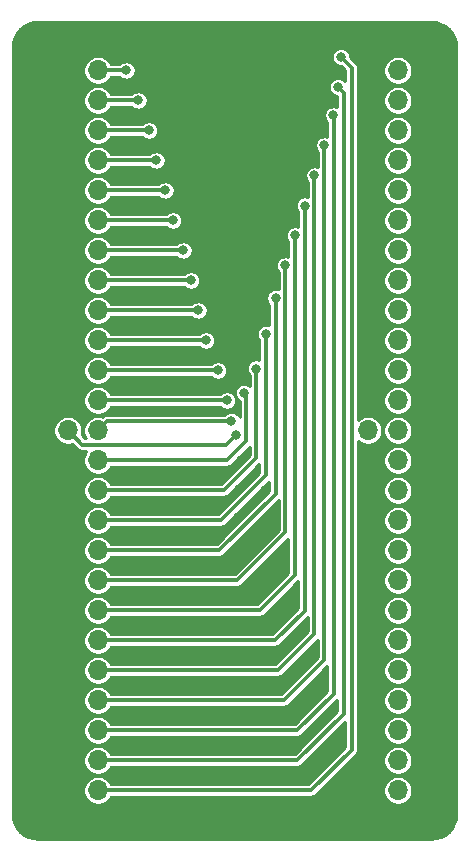
<source format=gtl>
%TF.GenerationSoftware,KiCad,Pcbnew,5.1.12-84ad8e8a86~92~ubuntu20.04.1*%
%TF.CreationDate,2022-04-13T08:29:14-05:00*%
%TF.ProjectId,Twister,54776973-7465-4722-9e6b-696361645f70,rev?*%
%TF.SameCoordinates,Original*%
%TF.FileFunction,Copper,L1,Top*%
%TF.FilePolarity,Positive*%
%FSLAX46Y46*%
G04 Gerber Fmt 4.6, Leading zero omitted, Abs format (unit mm)*
G04 Created by KiCad (PCBNEW 5.1.12-84ad8e8a86~92~ubuntu20.04.1) date 2022-04-13 08:29:14*
%MOMM*%
%LPD*%
G01*
G04 APERTURE LIST*
%TA.AperFunction,ComponentPad*%
%ADD10O,1.700000X1.700000*%
%TD*%
%TA.AperFunction,ComponentPad*%
%ADD11R,1.700000X1.700000*%
%TD*%
%TA.AperFunction,ViaPad*%
%ADD12C,0.800000*%
%TD*%
%TA.AperFunction,Conductor*%
%ADD13C,0.350000*%
%TD*%
%TA.AperFunction,Conductor*%
%ADD14C,0.254000*%
%TD*%
%TA.AperFunction,Conductor*%
%ADD15C,0.150000*%
%TD*%
G04 APERTURE END LIST*
D10*
%TO.P,Je,50*%
%TO.N,/P50*%
X134620000Y-99060000D03*
%TO.P,Je,49*%
%TO.N,GND*%
X132080000Y-99060000D03*
%TO.P,Je,48*%
%TO.N,/P48*%
X134620000Y-96520000D03*
%TO.P,Je,47*%
%TO.N,GND*%
X132080000Y-96520000D03*
%TO.P,Je,46*%
%TO.N,/P46*%
X134620000Y-93980000D03*
%TO.P,Je,45*%
%TO.N,GND*%
X132080000Y-93980000D03*
%TO.P,Je,44*%
%TO.N,/P44*%
X134620000Y-91440000D03*
%TO.P,Je,43*%
%TO.N,GND*%
X132080000Y-91440000D03*
%TO.P,Je,42*%
%TO.N,/P42*%
X134620000Y-88900000D03*
%TO.P,Je,41*%
%TO.N,GND*%
X132080000Y-88900000D03*
%TO.P,Je,40*%
%TO.N,/P40*%
X134620000Y-86360000D03*
%TO.P,Je,39*%
%TO.N,GND*%
X132080000Y-86360000D03*
%TO.P,Je,38*%
%TO.N,/P38*%
X134620000Y-83820000D03*
%TO.P,Je,37*%
%TO.N,GND*%
X132080000Y-83820000D03*
%TO.P,Je,36*%
%TO.N,/P36*%
X134620000Y-81280000D03*
%TO.P,Je,35*%
%TO.N,GND*%
X132080000Y-81280000D03*
%TO.P,Je,34*%
%TO.N,/P34*%
X134620000Y-78740000D03*
%TO.P,Je,33*%
%TO.N,GND*%
X132080000Y-78740000D03*
%TO.P,Je,32*%
%TO.N,/P32*%
X134620000Y-76200000D03*
%TO.P,Je,31*%
%TO.N,GND*%
X132080000Y-76200000D03*
%TO.P,Je,30*%
%TO.N,/P30*%
X134620000Y-73660000D03*
%TO.P,Je,29*%
%TO.N,GND*%
X132080000Y-73660000D03*
%TO.P,Je,28*%
%TO.N,/P28*%
X134620000Y-71120000D03*
%TO.P,Je,27*%
%TO.N,GND*%
X132080000Y-71120000D03*
%TO.P,Je,26*%
%TO.N,/P26*%
X134620000Y-68580000D03*
%TO.P,Je,25*%
%TO.N,/P25*%
X132080000Y-68580000D03*
%TO.P,Je,24*%
%TO.N,/P24*%
X134620000Y-66040000D03*
%TO.P,Je,23*%
%TO.N,GND*%
X132080000Y-66040000D03*
%TO.P,Je,22*%
%TO.N,/P22*%
X134620000Y-63500000D03*
%TO.P,Je,21*%
%TO.N,GND*%
X132080000Y-63500000D03*
%TO.P,Je,20*%
%TO.N,/P20*%
X134620000Y-60960000D03*
%TO.P,Je,19*%
%TO.N,GND*%
X132080000Y-60960000D03*
%TO.P,Je,18*%
%TO.N,/P18*%
X134620000Y-58420000D03*
%TO.P,Je,17*%
%TO.N,GND*%
X132080000Y-58420000D03*
%TO.P,Je,16*%
%TO.N,/P16*%
X134620000Y-55880000D03*
%TO.P,Je,15*%
%TO.N,GND*%
X132080000Y-55880000D03*
%TO.P,Je,14*%
%TO.N,/P14*%
X134620000Y-53340000D03*
%TO.P,Je,13*%
%TO.N,GND*%
X132080000Y-53340000D03*
%TO.P,Je,12*%
%TO.N,/P12*%
X134620000Y-50800000D03*
%TO.P,Je,11*%
%TO.N,GND*%
X132080000Y-50800000D03*
%TO.P,Je,10*%
%TO.N,/P10*%
X134620000Y-48260000D03*
%TO.P,Je,9*%
%TO.N,GND*%
X132080000Y-48260000D03*
%TO.P,Je,8*%
%TO.N,/P8*%
X134620000Y-45720000D03*
%TO.P,Je,7*%
%TO.N,GND*%
X132080000Y-45720000D03*
%TO.P,Je,6*%
%TO.N,/P6*%
X134620000Y-43180000D03*
%TO.P,Je,5*%
%TO.N,GND*%
X132080000Y-43180000D03*
%TO.P,Je,4*%
%TO.N,/P4*%
X134620000Y-40640000D03*
%TO.P,Je,3*%
%TO.N,GND*%
X132080000Y-40640000D03*
%TO.P,Je,2*%
%TO.N,/P2*%
X134620000Y-38100000D03*
D11*
%TO.P,Je,1*%
%TO.N,GND*%
X132080000Y-38100000D03*
%TD*%
%TO.P,J1,1*%
%TO.N,GND*%
X106680000Y-99060000D03*
D10*
%TO.P,J1,2*%
%TO.N,/P2*%
X109220000Y-99060000D03*
%TO.P,J1,3*%
%TO.N,GND*%
X106680000Y-96520000D03*
%TO.P,J1,4*%
%TO.N,/P4*%
X109220000Y-96520000D03*
%TO.P,J1,5*%
%TO.N,GND*%
X106680000Y-93980000D03*
%TO.P,J1,6*%
%TO.N,/P6*%
X109220000Y-93980000D03*
%TO.P,J1,7*%
%TO.N,GND*%
X106680000Y-91440000D03*
%TO.P,J1,8*%
%TO.N,/P8*%
X109220000Y-91440000D03*
%TO.P,J1,9*%
%TO.N,GND*%
X106680000Y-88900000D03*
%TO.P,J1,10*%
%TO.N,/P10*%
X109220000Y-88900000D03*
%TO.P,J1,11*%
%TO.N,GND*%
X106680000Y-86360000D03*
%TO.P,J1,12*%
%TO.N,/P12*%
X109220000Y-86360000D03*
%TO.P,J1,13*%
%TO.N,GND*%
X106680000Y-83820000D03*
%TO.P,J1,14*%
%TO.N,/P14*%
X109220000Y-83820000D03*
%TO.P,J1,15*%
%TO.N,GND*%
X106680000Y-81280000D03*
%TO.P,J1,16*%
%TO.N,/P16*%
X109220000Y-81280000D03*
%TO.P,J1,17*%
%TO.N,GND*%
X106680000Y-78740000D03*
%TO.P,J1,18*%
%TO.N,/P18*%
X109220000Y-78740000D03*
%TO.P,J1,19*%
%TO.N,GND*%
X106680000Y-76200000D03*
%TO.P,J1,20*%
%TO.N,/P20*%
X109220000Y-76200000D03*
%TO.P,J1,21*%
%TO.N,GND*%
X106680000Y-73660000D03*
%TO.P,J1,22*%
%TO.N,/P22*%
X109220000Y-73660000D03*
%TO.P,J1,23*%
%TO.N,GND*%
X106680000Y-71120000D03*
%TO.P,J1,24*%
%TO.N,/P24*%
X109220000Y-71120000D03*
%TO.P,J1,25*%
%TO.N,/P25*%
X106680000Y-68580000D03*
%TO.P,J1,26*%
%TO.N,/P26*%
X109220000Y-68580000D03*
%TO.P,J1,27*%
%TO.N,GND*%
X106680000Y-66040000D03*
%TO.P,J1,28*%
%TO.N,/P28*%
X109220000Y-66040000D03*
%TO.P,J1,29*%
%TO.N,GND*%
X106680000Y-63500000D03*
%TO.P,J1,30*%
%TO.N,/P30*%
X109220000Y-63500000D03*
%TO.P,J1,31*%
%TO.N,GND*%
X106680000Y-60960000D03*
%TO.P,J1,32*%
%TO.N,/P32*%
X109220000Y-60960000D03*
%TO.P,J1,33*%
%TO.N,GND*%
X106680000Y-58420000D03*
%TO.P,J1,34*%
%TO.N,/P34*%
X109220000Y-58420000D03*
%TO.P,J1,35*%
%TO.N,GND*%
X106680000Y-55880000D03*
%TO.P,J1,36*%
%TO.N,/P36*%
X109220000Y-55880000D03*
%TO.P,J1,37*%
%TO.N,GND*%
X106680000Y-53340000D03*
%TO.P,J1,38*%
%TO.N,/P38*%
X109220000Y-53340000D03*
%TO.P,J1,39*%
%TO.N,GND*%
X106680000Y-50800000D03*
%TO.P,J1,40*%
%TO.N,/P40*%
X109220000Y-50800000D03*
%TO.P,J1,41*%
%TO.N,GND*%
X106680000Y-48260000D03*
%TO.P,J1,42*%
%TO.N,/P42*%
X109220000Y-48260000D03*
%TO.P,J1,43*%
%TO.N,GND*%
X106680000Y-45720000D03*
%TO.P,J1,44*%
%TO.N,/P44*%
X109220000Y-45720000D03*
%TO.P,J1,45*%
%TO.N,GND*%
X106680000Y-43180000D03*
%TO.P,J1,46*%
%TO.N,/P46*%
X109220000Y-43180000D03*
%TO.P,J1,47*%
%TO.N,GND*%
X106680000Y-40640000D03*
%TO.P,J1,48*%
%TO.N,/P48*%
X109220000Y-40640000D03*
%TO.P,J1,49*%
%TO.N,GND*%
X106680000Y-38100000D03*
%TO.P,J1,50*%
%TO.N,/P50*%
X109220000Y-38100000D03*
%TD*%
D12*
%TO.N,/P2*%
X129794000Y-36957000D03*
%TO.N,/P4*%
X129540000Y-39496994D03*
%TO.N,/P6*%
X129159000Y-41910000D03*
%TO.N,/P8*%
X128397000Y-44450000D03*
%TO.N,/P10*%
X127560780Y-46989999D03*
%TO.N,/P12*%
X126737222Y-49538778D03*
%TO.N,/P14*%
X125913677Y-52070000D03*
%TO.N,/P16*%
X125090119Y-54610000D03*
%TO.N,/P18*%
X124266565Y-57374999D03*
%TO.N,/P20*%
X123443011Y-60423001D03*
%TO.N,/P22*%
X122619455Y-63344013D03*
%TO.N,/P24*%
X121579369Y-65395285D03*
%TO.N,/P25*%
X120904000Y-68961000D03*
%TO.N,/P26*%
X120523000Y-67804990D03*
%TO.N,/P28*%
X120142004Y-66039996D03*
%TO.N,/P30*%
X119379998Y-63500000D03*
%TO.N,/P32*%
X118364008Y-60960000D03*
%TO.N,/P34*%
X117729000Y-58420000D03*
%TO.N,/P36*%
X117093997Y-55880001D03*
%TO.N,/P38*%
X116459004Y-53340000D03*
%TO.N,/P40*%
X115570000Y-50800000D03*
%TO.N,/P42*%
X114935002Y-48259998D03*
%TO.N,/P44*%
X114173004Y-45720000D03*
%TO.N,/P46*%
X113537996Y-43180000D03*
%TO.N,/P48*%
X112649000Y-40640000D03*
%TO.N,/P50*%
X111632998Y-38100000D03*
%TO.N,GND*%
X121539000Y-61849000D03*
X119507000Y-58928000D03*
X122301000Y-58928000D03*
X118999000Y-55880000D03*
X122809000Y-55880000D03*
X118491000Y-53213000D03*
X123063000Y-53213000D03*
X117475000Y-50673000D03*
X120840500Y-50673000D03*
X124206000Y-50673000D03*
X116967000Y-48260000D03*
X120967500Y-48260000D03*
X124968000Y-48260000D03*
X118164426Y-101962000D03*
X109492142Y-101962000D03*
X131172852Y-101962000D03*
X126836710Y-101962000D03*
X105156000Y-101962000D03*
X113828284Y-101962000D03*
X135509000Y-101962000D03*
X122500568Y-101962000D03*
X128016000Y-96520000D03*
X127381000Y-93980000D03*
X126746000Y-91440000D03*
X126238000Y-88646000D03*
X125603000Y-86360000D03*
X124968000Y-83820000D03*
X123444000Y-81280000D03*
X124968000Y-78740000D03*
X121666000Y-78740000D03*
X123952000Y-76200000D03*
X123380500Y-73660000D03*
X121094500Y-75946000D03*
X119507000Y-77216000D03*
X117348000Y-77470000D03*
X117348000Y-80010000D03*
X116840000Y-82550000D03*
X116459000Y-85090000D03*
X119380000Y-85090000D03*
X115951000Y-87630000D03*
X113284000Y-87757000D03*
X113919000Y-85090000D03*
X115443000Y-90170000D03*
X118618000Y-90170000D03*
X114300000Y-92710000D03*
X117856000Y-92710000D03*
X116840000Y-95250000D03*
X110998000Y-95250000D03*
X112966500Y-95250000D03*
X111760000Y-97790000D03*
X114681000Y-97790000D03*
X117602000Y-75057000D03*
X120777000Y-64008000D03*
X119888000Y-61849000D03*
X116459000Y-45593000D03*
X121094500Y-45593000D03*
X125730000Y-45593000D03*
X115697000Y-43053000D03*
X121031000Y-43053000D03*
X126365000Y-43053000D03*
X114681000Y-40640000D03*
X121031000Y-40640000D03*
X127381000Y-40640000D03*
X114300000Y-38100000D03*
X120904000Y-38100000D03*
X127508000Y-38100000D03*
X117910426Y-35036000D03*
X122246568Y-35036000D03*
X126582710Y-35036000D03*
X130918852Y-35036000D03*
X135255000Y-35036000D03*
X104902000Y-35036000D03*
X109238142Y-35036000D03*
X113574284Y-35036000D03*
X129857500Y-93980000D03*
X112522000Y-90170000D03*
X121158000Y-73533000D03*
X121348500Y-71056500D03*
X119253000Y-72390000D03*
%TD*%
D13*
%TO.N,/P2*%
X130701999Y-37864999D02*
X129794000Y-36957000D01*
X109220000Y-99060000D02*
X127254000Y-99060000D01*
X127254000Y-99060000D02*
X130701999Y-95612001D01*
X130701999Y-95612001D02*
X130701999Y-37864999D01*
%TO.N,/P4*%
X130031441Y-39988435D02*
X129540000Y-39496994D01*
X130031441Y-92599559D02*
X130031441Y-39988435D01*
X126111000Y-96520000D02*
X130031441Y-92599559D01*
X109220000Y-96520000D02*
X126111000Y-96520000D01*
%TO.N,/P6*%
X129207887Y-41958887D02*
X129159000Y-41910000D01*
X129207887Y-90883113D02*
X129207887Y-41958887D01*
X126111000Y-93980000D02*
X129207887Y-90883113D01*
X109220000Y-93980000D02*
X126111000Y-93980000D01*
%TO.N,/P8*%
X128384333Y-44462667D02*
X128397000Y-44450000D01*
X128384333Y-88023667D02*
X128384333Y-44462667D01*
X124968000Y-91440000D02*
X128384333Y-88023667D01*
X109220000Y-91440000D02*
X124968000Y-91440000D01*
%TO.N,/P10*%
X127560779Y-85799221D02*
X127560779Y-85428022D01*
X124460000Y-88900000D02*
X127560779Y-85799221D01*
X127560779Y-85428022D02*
X127560779Y-46990000D01*
X109220000Y-88900000D02*
X124460000Y-88900000D01*
%TO.N,/P12*%
X126737225Y-83828775D02*
X126737225Y-83430225D01*
X124206000Y-86360000D02*
X126737225Y-83828775D01*
X109220000Y-86360000D02*
X124206000Y-86360000D01*
X126737225Y-49538775D02*
X126746000Y-49530000D01*
X126737225Y-83438033D02*
X126737225Y-49538775D01*
%TO.N,/P14*%
X125913671Y-80813044D02*
X125913671Y-52070000D01*
X125913671Y-80842329D02*
X125913671Y-80813044D01*
X122936000Y-83820000D02*
X125913671Y-80842329D01*
X109220000Y-83820000D02*
X122936000Y-83820000D01*
%TO.N,/P16*%
X125090117Y-54610002D02*
X125090119Y-54610000D01*
X125090117Y-77220883D02*
X125090117Y-54610002D01*
X121031000Y-81280000D02*
X125090117Y-77220883D01*
X109220000Y-81280000D02*
X121031000Y-81280000D01*
%TO.N,/P18*%
X124266563Y-73980437D02*
X124266563Y-73658066D01*
X124266563Y-73658066D02*
X124266563Y-57374999D01*
X119507000Y-78740000D02*
X124266563Y-73980437D01*
X109220000Y-78740000D02*
X119507000Y-78740000D01*
%TO.N,/P20*%
X123443009Y-72049077D02*
X123443009Y-60422999D01*
X123443009Y-72390991D02*
X123443009Y-72049077D01*
X119634000Y-76200000D02*
X123443009Y-72390991D01*
X109220000Y-76200000D02*
X119634000Y-76200000D01*
%TO.N,/P22*%
X122619455Y-70440088D02*
X122619455Y-63343999D01*
X122619455Y-70928545D02*
X122619455Y-70440088D01*
X119888000Y-73660000D02*
X122619455Y-70928545D01*
X109220000Y-73660000D02*
X119888000Y-73660000D01*
%TO.N,/P24*%
X121793000Y-69469000D02*
X121793000Y-65608916D01*
X121793000Y-65608916D02*
X121579369Y-65395285D01*
X120142000Y-71120000D02*
X121793000Y-69469000D01*
X109220000Y-71120000D02*
X120142000Y-71120000D01*
%TO.N,/P25*%
X120059999Y-69805001D02*
X120904000Y-68961000D01*
X107905001Y-69805001D02*
X120059999Y-69805001D01*
X106680000Y-68580000D02*
X107905001Y-69805001D01*
%TO.N,/P26*%
X109220000Y-68580000D02*
X109995010Y-67804990D01*
X109995010Y-67804990D02*
X120523000Y-67804990D01*
%TO.N,/P28*%
X120142000Y-66040000D02*
X120142004Y-66039996D01*
X109220000Y-66040000D02*
X120142000Y-66040000D01*
%TO.N,/P30*%
X109220000Y-63500000D02*
X110422081Y-63500000D01*
X110422081Y-63500000D02*
X119379998Y-63500000D01*
%TO.N,/P32*%
X109220000Y-60960000D02*
X118364008Y-60960000D01*
%TO.N,/P34*%
X109220000Y-58420000D02*
X117729000Y-58420000D01*
%TO.N,/P36*%
X109220000Y-55880000D02*
X110422082Y-55880001D01*
X110422082Y-55880001D02*
X117093997Y-55880001D01*
%TO.N,/P38*%
X109220000Y-53340000D02*
X116459004Y-53340000D01*
%TO.N,/P40*%
X109220000Y-50800000D02*
X115570000Y-50800000D01*
%TO.N,/P42*%
X109220000Y-48260000D02*
X114935000Y-48260000D01*
X114935000Y-48260000D02*
X114935002Y-48259998D01*
%TO.N,/P44*%
X109220000Y-45720000D02*
X110422081Y-45720000D01*
X110422081Y-45720000D02*
X114173004Y-45720000D01*
%TO.N,/P46*%
X109220000Y-43180000D02*
X113537996Y-43180000D01*
%TO.N,/P48*%
X109220000Y-40640000D02*
X112649000Y-40640000D01*
%TO.N,/P50*%
X109220000Y-38100000D02*
X111632998Y-38100000D01*
%TD*%
D14*
%TO.N,GND*%
X137828115Y-34028551D02*
X138226462Y-34148819D01*
X138593864Y-34344170D01*
X138916317Y-34607157D01*
X139181553Y-34927773D01*
X139379460Y-35293795D01*
X139502506Y-35691291D01*
X139548000Y-36124137D01*
X139548001Y-101020136D01*
X139505449Y-101454115D01*
X139385181Y-101852464D01*
X139189831Y-102219862D01*
X138926845Y-102542315D01*
X138606226Y-102807554D01*
X138240204Y-103005461D01*
X137842708Y-103128506D01*
X137409863Y-103174000D01*
X104159854Y-103174000D01*
X103725885Y-103131449D01*
X103327536Y-103011181D01*
X102960138Y-102815831D01*
X102637685Y-102552845D01*
X102372446Y-102232226D01*
X102174539Y-101866204D01*
X102051494Y-101468708D01*
X102006000Y-101035863D01*
X102006000Y-68458757D01*
X105449000Y-68458757D01*
X105449000Y-68701243D01*
X105496307Y-68939069D01*
X105589102Y-69163097D01*
X105723820Y-69364717D01*
X105895283Y-69536180D01*
X106096903Y-69670898D01*
X106320931Y-69763693D01*
X106558757Y-69811000D01*
X106801243Y-69811000D01*
X107039069Y-69763693D01*
X107066167Y-69752469D01*
X107492536Y-70178838D01*
X107509948Y-70200054D01*
X107594609Y-70269535D01*
X107691200Y-70321163D01*
X107796006Y-70352956D01*
X107877689Y-70361001D01*
X107877696Y-70361001D01*
X107905000Y-70363690D01*
X107932305Y-70361001D01*
X108246636Y-70361001D01*
X108129102Y-70536903D01*
X108036307Y-70760931D01*
X107989000Y-70998757D01*
X107989000Y-71241243D01*
X108036307Y-71479069D01*
X108129102Y-71703097D01*
X108263820Y-71904717D01*
X108435283Y-72076180D01*
X108636903Y-72210898D01*
X108860931Y-72303693D01*
X109098757Y-72351000D01*
X109341243Y-72351000D01*
X109579069Y-72303693D01*
X109803097Y-72210898D01*
X110004717Y-72076180D01*
X110176180Y-71904717D01*
X110310898Y-71703097D01*
X110322122Y-71676000D01*
X120114696Y-71676000D01*
X120142000Y-71678689D01*
X120169304Y-71676000D01*
X120169312Y-71676000D01*
X120250995Y-71667955D01*
X120355801Y-71636162D01*
X120452392Y-71584534D01*
X120537053Y-71515053D01*
X120554469Y-71493832D01*
X122063455Y-69984848D01*
X122063455Y-70698242D01*
X119657699Y-73104000D01*
X110322122Y-73104000D01*
X110310898Y-73076903D01*
X110176180Y-72875283D01*
X110004717Y-72703820D01*
X109803097Y-72569102D01*
X109579069Y-72476307D01*
X109341243Y-72429000D01*
X109098757Y-72429000D01*
X108860931Y-72476307D01*
X108636903Y-72569102D01*
X108435283Y-72703820D01*
X108263820Y-72875283D01*
X108129102Y-73076903D01*
X108036307Y-73300931D01*
X107989000Y-73538757D01*
X107989000Y-73781243D01*
X108036307Y-74019069D01*
X108129102Y-74243097D01*
X108263820Y-74444717D01*
X108435283Y-74616180D01*
X108636903Y-74750898D01*
X108860931Y-74843693D01*
X109098757Y-74891000D01*
X109341243Y-74891000D01*
X109579069Y-74843693D01*
X109803097Y-74750898D01*
X110004717Y-74616180D01*
X110176180Y-74444717D01*
X110310898Y-74243097D01*
X110322122Y-74216000D01*
X119860696Y-74216000D01*
X119888000Y-74218689D01*
X119915304Y-74216000D01*
X119915312Y-74216000D01*
X119996995Y-74207955D01*
X120101801Y-74176162D01*
X120198392Y-74124534D01*
X120283053Y-74055053D01*
X120300469Y-74033832D01*
X122887009Y-71447294D01*
X122887009Y-72160688D01*
X119403699Y-75644000D01*
X110322122Y-75644000D01*
X110310898Y-75616903D01*
X110176180Y-75415283D01*
X110004717Y-75243820D01*
X109803097Y-75109102D01*
X109579069Y-75016307D01*
X109341243Y-74969000D01*
X109098757Y-74969000D01*
X108860931Y-75016307D01*
X108636903Y-75109102D01*
X108435283Y-75243820D01*
X108263820Y-75415283D01*
X108129102Y-75616903D01*
X108036307Y-75840931D01*
X107989000Y-76078757D01*
X107989000Y-76321243D01*
X108036307Y-76559069D01*
X108129102Y-76783097D01*
X108263820Y-76984717D01*
X108435283Y-77156180D01*
X108636903Y-77290898D01*
X108860931Y-77383693D01*
X109098757Y-77431000D01*
X109341243Y-77431000D01*
X109579069Y-77383693D01*
X109803097Y-77290898D01*
X110004717Y-77156180D01*
X110176180Y-76984717D01*
X110310898Y-76783097D01*
X110322122Y-76756000D01*
X119606696Y-76756000D01*
X119634000Y-76758689D01*
X119661304Y-76756000D01*
X119661312Y-76756000D01*
X119742995Y-76747955D01*
X119847801Y-76716162D01*
X119944392Y-76664534D01*
X120029053Y-76595053D01*
X120046469Y-76573832D01*
X123710563Y-72909740D01*
X123710563Y-73750134D01*
X119276699Y-78184000D01*
X110322122Y-78184000D01*
X110310898Y-78156903D01*
X110176180Y-77955283D01*
X110004717Y-77783820D01*
X109803097Y-77649102D01*
X109579069Y-77556307D01*
X109341243Y-77509000D01*
X109098757Y-77509000D01*
X108860931Y-77556307D01*
X108636903Y-77649102D01*
X108435283Y-77783820D01*
X108263820Y-77955283D01*
X108129102Y-78156903D01*
X108036307Y-78380931D01*
X107989000Y-78618757D01*
X107989000Y-78861243D01*
X108036307Y-79099069D01*
X108129102Y-79323097D01*
X108263820Y-79524717D01*
X108435283Y-79696180D01*
X108636903Y-79830898D01*
X108860931Y-79923693D01*
X109098757Y-79971000D01*
X109341243Y-79971000D01*
X109579069Y-79923693D01*
X109803097Y-79830898D01*
X110004717Y-79696180D01*
X110176180Y-79524717D01*
X110310898Y-79323097D01*
X110322122Y-79296000D01*
X119479696Y-79296000D01*
X119507000Y-79298689D01*
X119534304Y-79296000D01*
X119534312Y-79296000D01*
X119615995Y-79287955D01*
X119720801Y-79256162D01*
X119817392Y-79204534D01*
X119902053Y-79135053D01*
X119919469Y-79113832D01*
X124534117Y-74499186D01*
X124534117Y-76990580D01*
X120800699Y-80724000D01*
X110322122Y-80724000D01*
X110310898Y-80696903D01*
X110176180Y-80495283D01*
X110004717Y-80323820D01*
X109803097Y-80189102D01*
X109579069Y-80096307D01*
X109341243Y-80049000D01*
X109098757Y-80049000D01*
X108860931Y-80096307D01*
X108636903Y-80189102D01*
X108435283Y-80323820D01*
X108263820Y-80495283D01*
X108129102Y-80696903D01*
X108036307Y-80920931D01*
X107989000Y-81158757D01*
X107989000Y-81401243D01*
X108036307Y-81639069D01*
X108129102Y-81863097D01*
X108263820Y-82064717D01*
X108435283Y-82236180D01*
X108636903Y-82370898D01*
X108860931Y-82463693D01*
X109098757Y-82511000D01*
X109341243Y-82511000D01*
X109579069Y-82463693D01*
X109803097Y-82370898D01*
X110004717Y-82236180D01*
X110176180Y-82064717D01*
X110310898Y-81863097D01*
X110322122Y-81836000D01*
X121003696Y-81836000D01*
X121031000Y-81838689D01*
X121058304Y-81836000D01*
X121058312Y-81836000D01*
X121139995Y-81827955D01*
X121244801Y-81796162D01*
X121341392Y-81744534D01*
X121426053Y-81675053D01*
X121443469Y-81653832D01*
X125357671Y-77739632D01*
X125357671Y-80612026D01*
X122705699Y-83264000D01*
X110322122Y-83264000D01*
X110310898Y-83236903D01*
X110176180Y-83035283D01*
X110004717Y-82863820D01*
X109803097Y-82729102D01*
X109579069Y-82636307D01*
X109341243Y-82589000D01*
X109098757Y-82589000D01*
X108860931Y-82636307D01*
X108636903Y-82729102D01*
X108435283Y-82863820D01*
X108263820Y-83035283D01*
X108129102Y-83236903D01*
X108036307Y-83460931D01*
X107989000Y-83698757D01*
X107989000Y-83941243D01*
X108036307Y-84179069D01*
X108129102Y-84403097D01*
X108263820Y-84604717D01*
X108435283Y-84776180D01*
X108636903Y-84910898D01*
X108860931Y-85003693D01*
X109098757Y-85051000D01*
X109341243Y-85051000D01*
X109579069Y-85003693D01*
X109803097Y-84910898D01*
X110004717Y-84776180D01*
X110176180Y-84604717D01*
X110310898Y-84403097D01*
X110322122Y-84376000D01*
X122908696Y-84376000D01*
X122936000Y-84378689D01*
X122963304Y-84376000D01*
X122963312Y-84376000D01*
X123044995Y-84367955D01*
X123149801Y-84336162D01*
X123246392Y-84284534D01*
X123331053Y-84215053D01*
X123348469Y-84193832D01*
X126181225Y-81361078D01*
X126181225Y-83598472D01*
X123975699Y-85804000D01*
X110322122Y-85804000D01*
X110310898Y-85776903D01*
X110176180Y-85575283D01*
X110004717Y-85403820D01*
X109803097Y-85269102D01*
X109579069Y-85176307D01*
X109341243Y-85129000D01*
X109098757Y-85129000D01*
X108860931Y-85176307D01*
X108636903Y-85269102D01*
X108435283Y-85403820D01*
X108263820Y-85575283D01*
X108129102Y-85776903D01*
X108036307Y-86000931D01*
X107989000Y-86238757D01*
X107989000Y-86481243D01*
X108036307Y-86719069D01*
X108129102Y-86943097D01*
X108263820Y-87144717D01*
X108435283Y-87316180D01*
X108636903Y-87450898D01*
X108860931Y-87543693D01*
X109098757Y-87591000D01*
X109341243Y-87591000D01*
X109579069Y-87543693D01*
X109803097Y-87450898D01*
X110004717Y-87316180D01*
X110176180Y-87144717D01*
X110310898Y-86943097D01*
X110322122Y-86916000D01*
X124178696Y-86916000D01*
X124206000Y-86918689D01*
X124233304Y-86916000D01*
X124233312Y-86916000D01*
X124314995Y-86907955D01*
X124419801Y-86876162D01*
X124516392Y-86824534D01*
X124601053Y-86755053D01*
X124618469Y-86733832D01*
X127004779Y-84347524D01*
X127004779Y-85568918D01*
X124229699Y-88344000D01*
X110322122Y-88344000D01*
X110310898Y-88316903D01*
X110176180Y-88115283D01*
X110004717Y-87943820D01*
X109803097Y-87809102D01*
X109579069Y-87716307D01*
X109341243Y-87669000D01*
X109098757Y-87669000D01*
X108860931Y-87716307D01*
X108636903Y-87809102D01*
X108435283Y-87943820D01*
X108263820Y-88115283D01*
X108129102Y-88316903D01*
X108036307Y-88540931D01*
X107989000Y-88778757D01*
X107989000Y-89021243D01*
X108036307Y-89259069D01*
X108129102Y-89483097D01*
X108263820Y-89684717D01*
X108435283Y-89856180D01*
X108636903Y-89990898D01*
X108860931Y-90083693D01*
X109098757Y-90131000D01*
X109341243Y-90131000D01*
X109579069Y-90083693D01*
X109803097Y-89990898D01*
X110004717Y-89856180D01*
X110176180Y-89684717D01*
X110310898Y-89483097D01*
X110322122Y-89456000D01*
X124432696Y-89456000D01*
X124460000Y-89458689D01*
X124487304Y-89456000D01*
X124487312Y-89456000D01*
X124568995Y-89447955D01*
X124673801Y-89416162D01*
X124770392Y-89364534D01*
X124855053Y-89295053D01*
X124872469Y-89273832D01*
X127828333Y-86317970D01*
X127828333Y-87793364D01*
X124737699Y-90884000D01*
X110322122Y-90884000D01*
X110310898Y-90856903D01*
X110176180Y-90655283D01*
X110004717Y-90483820D01*
X109803097Y-90349102D01*
X109579069Y-90256307D01*
X109341243Y-90209000D01*
X109098757Y-90209000D01*
X108860931Y-90256307D01*
X108636903Y-90349102D01*
X108435283Y-90483820D01*
X108263820Y-90655283D01*
X108129102Y-90856903D01*
X108036307Y-91080931D01*
X107989000Y-91318757D01*
X107989000Y-91561243D01*
X108036307Y-91799069D01*
X108129102Y-92023097D01*
X108263820Y-92224717D01*
X108435283Y-92396180D01*
X108636903Y-92530898D01*
X108860931Y-92623693D01*
X109098757Y-92671000D01*
X109341243Y-92671000D01*
X109579069Y-92623693D01*
X109803097Y-92530898D01*
X110004717Y-92396180D01*
X110176180Y-92224717D01*
X110310898Y-92023097D01*
X110322122Y-91996000D01*
X124940696Y-91996000D01*
X124968000Y-91998689D01*
X124995304Y-91996000D01*
X124995312Y-91996000D01*
X125076995Y-91987955D01*
X125181801Y-91956162D01*
X125278392Y-91904534D01*
X125363053Y-91835053D01*
X125380469Y-91813832D01*
X128651887Y-88542416D01*
X128651887Y-90652810D01*
X125880699Y-93424000D01*
X110322122Y-93424000D01*
X110310898Y-93396903D01*
X110176180Y-93195283D01*
X110004717Y-93023820D01*
X109803097Y-92889102D01*
X109579069Y-92796307D01*
X109341243Y-92749000D01*
X109098757Y-92749000D01*
X108860931Y-92796307D01*
X108636903Y-92889102D01*
X108435283Y-93023820D01*
X108263820Y-93195283D01*
X108129102Y-93396903D01*
X108036307Y-93620931D01*
X107989000Y-93858757D01*
X107989000Y-94101243D01*
X108036307Y-94339069D01*
X108129102Y-94563097D01*
X108263820Y-94764717D01*
X108435283Y-94936180D01*
X108636903Y-95070898D01*
X108860931Y-95163693D01*
X109098757Y-95211000D01*
X109341243Y-95211000D01*
X109579069Y-95163693D01*
X109803097Y-95070898D01*
X110004717Y-94936180D01*
X110176180Y-94764717D01*
X110310898Y-94563097D01*
X110322122Y-94536000D01*
X126083696Y-94536000D01*
X126111000Y-94538689D01*
X126138304Y-94536000D01*
X126138312Y-94536000D01*
X126219995Y-94527955D01*
X126324801Y-94496162D01*
X126421392Y-94444534D01*
X126506053Y-94375053D01*
X126523469Y-94353832D01*
X129475441Y-91401862D01*
X129475441Y-92369257D01*
X125880699Y-95964000D01*
X110322122Y-95964000D01*
X110310898Y-95936903D01*
X110176180Y-95735283D01*
X110004717Y-95563820D01*
X109803097Y-95429102D01*
X109579069Y-95336307D01*
X109341243Y-95289000D01*
X109098757Y-95289000D01*
X108860931Y-95336307D01*
X108636903Y-95429102D01*
X108435283Y-95563820D01*
X108263820Y-95735283D01*
X108129102Y-95936903D01*
X108036307Y-96160931D01*
X107989000Y-96398757D01*
X107989000Y-96641243D01*
X108036307Y-96879069D01*
X108129102Y-97103097D01*
X108263820Y-97304717D01*
X108435283Y-97476180D01*
X108636903Y-97610898D01*
X108860931Y-97703693D01*
X109098757Y-97751000D01*
X109341243Y-97751000D01*
X109579069Y-97703693D01*
X109803097Y-97610898D01*
X110004717Y-97476180D01*
X110176180Y-97304717D01*
X110310898Y-97103097D01*
X110322122Y-97076000D01*
X126083696Y-97076000D01*
X126111000Y-97078689D01*
X126138304Y-97076000D01*
X126138312Y-97076000D01*
X126219995Y-97067955D01*
X126324801Y-97036162D01*
X126421392Y-96984534D01*
X126506053Y-96915053D01*
X126523469Y-96893832D01*
X130145999Y-93271303D01*
X130145999Y-95381699D01*
X127023699Y-98504000D01*
X110322122Y-98504000D01*
X110310898Y-98476903D01*
X110176180Y-98275283D01*
X110004717Y-98103820D01*
X109803097Y-97969102D01*
X109579069Y-97876307D01*
X109341243Y-97829000D01*
X109098757Y-97829000D01*
X108860931Y-97876307D01*
X108636903Y-97969102D01*
X108435283Y-98103820D01*
X108263820Y-98275283D01*
X108129102Y-98476903D01*
X108036307Y-98700931D01*
X107989000Y-98938757D01*
X107989000Y-99181243D01*
X108036307Y-99419069D01*
X108129102Y-99643097D01*
X108263820Y-99844717D01*
X108435283Y-100016180D01*
X108636903Y-100150898D01*
X108860931Y-100243693D01*
X109098757Y-100291000D01*
X109341243Y-100291000D01*
X109579069Y-100243693D01*
X109803097Y-100150898D01*
X110004717Y-100016180D01*
X110176180Y-99844717D01*
X110310898Y-99643097D01*
X110322122Y-99616000D01*
X127226696Y-99616000D01*
X127254000Y-99618689D01*
X127281304Y-99616000D01*
X127281312Y-99616000D01*
X127362995Y-99607955D01*
X127467801Y-99576162D01*
X127564392Y-99524534D01*
X127649053Y-99455053D01*
X127666469Y-99433832D01*
X128161544Y-98938757D01*
X133389000Y-98938757D01*
X133389000Y-99181243D01*
X133436307Y-99419069D01*
X133529102Y-99643097D01*
X133663820Y-99844717D01*
X133835283Y-100016180D01*
X134036903Y-100150898D01*
X134260931Y-100243693D01*
X134498757Y-100291000D01*
X134741243Y-100291000D01*
X134979069Y-100243693D01*
X135203097Y-100150898D01*
X135404717Y-100016180D01*
X135576180Y-99844717D01*
X135710898Y-99643097D01*
X135803693Y-99419069D01*
X135851000Y-99181243D01*
X135851000Y-98938757D01*
X135803693Y-98700931D01*
X135710898Y-98476903D01*
X135576180Y-98275283D01*
X135404717Y-98103820D01*
X135203097Y-97969102D01*
X134979069Y-97876307D01*
X134741243Y-97829000D01*
X134498757Y-97829000D01*
X134260931Y-97876307D01*
X134036903Y-97969102D01*
X133835283Y-98103820D01*
X133663820Y-98275283D01*
X133529102Y-98476903D01*
X133436307Y-98700931D01*
X133389000Y-98938757D01*
X128161544Y-98938757D01*
X130701544Y-96398757D01*
X133389000Y-96398757D01*
X133389000Y-96641243D01*
X133436307Y-96879069D01*
X133529102Y-97103097D01*
X133663820Y-97304717D01*
X133835283Y-97476180D01*
X134036903Y-97610898D01*
X134260931Y-97703693D01*
X134498757Y-97751000D01*
X134741243Y-97751000D01*
X134979069Y-97703693D01*
X135203097Y-97610898D01*
X135404717Y-97476180D01*
X135576180Y-97304717D01*
X135710898Y-97103097D01*
X135803693Y-96879069D01*
X135851000Y-96641243D01*
X135851000Y-96398757D01*
X135803693Y-96160931D01*
X135710898Y-95936903D01*
X135576180Y-95735283D01*
X135404717Y-95563820D01*
X135203097Y-95429102D01*
X134979069Y-95336307D01*
X134741243Y-95289000D01*
X134498757Y-95289000D01*
X134260931Y-95336307D01*
X134036903Y-95429102D01*
X133835283Y-95563820D01*
X133663820Y-95735283D01*
X133529102Y-95936903D01*
X133436307Y-96160931D01*
X133389000Y-96398757D01*
X130701544Y-96398757D01*
X131075836Y-96024465D01*
X131097052Y-96007054D01*
X131166533Y-95922393D01*
X131218161Y-95825802D01*
X131249954Y-95720996D01*
X131257999Y-95639313D01*
X131257999Y-95639306D01*
X131260688Y-95612001D01*
X131257999Y-95584697D01*
X131257999Y-93858757D01*
X133389000Y-93858757D01*
X133389000Y-94101243D01*
X133436307Y-94339069D01*
X133529102Y-94563097D01*
X133663820Y-94764717D01*
X133835283Y-94936180D01*
X134036903Y-95070898D01*
X134260931Y-95163693D01*
X134498757Y-95211000D01*
X134741243Y-95211000D01*
X134979069Y-95163693D01*
X135203097Y-95070898D01*
X135404717Y-94936180D01*
X135576180Y-94764717D01*
X135710898Y-94563097D01*
X135803693Y-94339069D01*
X135851000Y-94101243D01*
X135851000Y-93858757D01*
X135803693Y-93620931D01*
X135710898Y-93396903D01*
X135576180Y-93195283D01*
X135404717Y-93023820D01*
X135203097Y-92889102D01*
X134979069Y-92796307D01*
X134741243Y-92749000D01*
X134498757Y-92749000D01*
X134260931Y-92796307D01*
X134036903Y-92889102D01*
X133835283Y-93023820D01*
X133663820Y-93195283D01*
X133529102Y-93396903D01*
X133436307Y-93620931D01*
X133389000Y-93858757D01*
X131257999Y-93858757D01*
X131257999Y-91318757D01*
X133389000Y-91318757D01*
X133389000Y-91561243D01*
X133436307Y-91799069D01*
X133529102Y-92023097D01*
X133663820Y-92224717D01*
X133835283Y-92396180D01*
X134036903Y-92530898D01*
X134260931Y-92623693D01*
X134498757Y-92671000D01*
X134741243Y-92671000D01*
X134979069Y-92623693D01*
X135203097Y-92530898D01*
X135404717Y-92396180D01*
X135576180Y-92224717D01*
X135710898Y-92023097D01*
X135803693Y-91799069D01*
X135851000Y-91561243D01*
X135851000Y-91318757D01*
X135803693Y-91080931D01*
X135710898Y-90856903D01*
X135576180Y-90655283D01*
X135404717Y-90483820D01*
X135203097Y-90349102D01*
X134979069Y-90256307D01*
X134741243Y-90209000D01*
X134498757Y-90209000D01*
X134260931Y-90256307D01*
X134036903Y-90349102D01*
X133835283Y-90483820D01*
X133663820Y-90655283D01*
X133529102Y-90856903D01*
X133436307Y-91080931D01*
X133389000Y-91318757D01*
X131257999Y-91318757D01*
X131257999Y-88778757D01*
X133389000Y-88778757D01*
X133389000Y-89021243D01*
X133436307Y-89259069D01*
X133529102Y-89483097D01*
X133663820Y-89684717D01*
X133835283Y-89856180D01*
X134036903Y-89990898D01*
X134260931Y-90083693D01*
X134498757Y-90131000D01*
X134741243Y-90131000D01*
X134979069Y-90083693D01*
X135203097Y-89990898D01*
X135404717Y-89856180D01*
X135576180Y-89684717D01*
X135710898Y-89483097D01*
X135803693Y-89259069D01*
X135851000Y-89021243D01*
X135851000Y-88778757D01*
X135803693Y-88540931D01*
X135710898Y-88316903D01*
X135576180Y-88115283D01*
X135404717Y-87943820D01*
X135203097Y-87809102D01*
X134979069Y-87716307D01*
X134741243Y-87669000D01*
X134498757Y-87669000D01*
X134260931Y-87716307D01*
X134036903Y-87809102D01*
X133835283Y-87943820D01*
X133663820Y-88115283D01*
X133529102Y-88316903D01*
X133436307Y-88540931D01*
X133389000Y-88778757D01*
X131257999Y-88778757D01*
X131257999Y-86238757D01*
X133389000Y-86238757D01*
X133389000Y-86481243D01*
X133436307Y-86719069D01*
X133529102Y-86943097D01*
X133663820Y-87144717D01*
X133835283Y-87316180D01*
X134036903Y-87450898D01*
X134260931Y-87543693D01*
X134498757Y-87591000D01*
X134741243Y-87591000D01*
X134979069Y-87543693D01*
X135203097Y-87450898D01*
X135404717Y-87316180D01*
X135576180Y-87144717D01*
X135710898Y-86943097D01*
X135803693Y-86719069D01*
X135851000Y-86481243D01*
X135851000Y-86238757D01*
X135803693Y-86000931D01*
X135710898Y-85776903D01*
X135576180Y-85575283D01*
X135404717Y-85403820D01*
X135203097Y-85269102D01*
X134979069Y-85176307D01*
X134741243Y-85129000D01*
X134498757Y-85129000D01*
X134260931Y-85176307D01*
X134036903Y-85269102D01*
X133835283Y-85403820D01*
X133663820Y-85575283D01*
X133529102Y-85776903D01*
X133436307Y-86000931D01*
X133389000Y-86238757D01*
X131257999Y-86238757D01*
X131257999Y-83698757D01*
X133389000Y-83698757D01*
X133389000Y-83941243D01*
X133436307Y-84179069D01*
X133529102Y-84403097D01*
X133663820Y-84604717D01*
X133835283Y-84776180D01*
X134036903Y-84910898D01*
X134260931Y-85003693D01*
X134498757Y-85051000D01*
X134741243Y-85051000D01*
X134979069Y-85003693D01*
X135203097Y-84910898D01*
X135404717Y-84776180D01*
X135576180Y-84604717D01*
X135710898Y-84403097D01*
X135803693Y-84179069D01*
X135851000Y-83941243D01*
X135851000Y-83698757D01*
X135803693Y-83460931D01*
X135710898Y-83236903D01*
X135576180Y-83035283D01*
X135404717Y-82863820D01*
X135203097Y-82729102D01*
X134979069Y-82636307D01*
X134741243Y-82589000D01*
X134498757Y-82589000D01*
X134260931Y-82636307D01*
X134036903Y-82729102D01*
X133835283Y-82863820D01*
X133663820Y-83035283D01*
X133529102Y-83236903D01*
X133436307Y-83460931D01*
X133389000Y-83698757D01*
X131257999Y-83698757D01*
X131257999Y-81158757D01*
X133389000Y-81158757D01*
X133389000Y-81401243D01*
X133436307Y-81639069D01*
X133529102Y-81863097D01*
X133663820Y-82064717D01*
X133835283Y-82236180D01*
X134036903Y-82370898D01*
X134260931Y-82463693D01*
X134498757Y-82511000D01*
X134741243Y-82511000D01*
X134979069Y-82463693D01*
X135203097Y-82370898D01*
X135404717Y-82236180D01*
X135576180Y-82064717D01*
X135710898Y-81863097D01*
X135803693Y-81639069D01*
X135851000Y-81401243D01*
X135851000Y-81158757D01*
X135803693Y-80920931D01*
X135710898Y-80696903D01*
X135576180Y-80495283D01*
X135404717Y-80323820D01*
X135203097Y-80189102D01*
X134979069Y-80096307D01*
X134741243Y-80049000D01*
X134498757Y-80049000D01*
X134260931Y-80096307D01*
X134036903Y-80189102D01*
X133835283Y-80323820D01*
X133663820Y-80495283D01*
X133529102Y-80696903D01*
X133436307Y-80920931D01*
X133389000Y-81158757D01*
X131257999Y-81158757D01*
X131257999Y-78618757D01*
X133389000Y-78618757D01*
X133389000Y-78861243D01*
X133436307Y-79099069D01*
X133529102Y-79323097D01*
X133663820Y-79524717D01*
X133835283Y-79696180D01*
X134036903Y-79830898D01*
X134260931Y-79923693D01*
X134498757Y-79971000D01*
X134741243Y-79971000D01*
X134979069Y-79923693D01*
X135203097Y-79830898D01*
X135404717Y-79696180D01*
X135576180Y-79524717D01*
X135710898Y-79323097D01*
X135803693Y-79099069D01*
X135851000Y-78861243D01*
X135851000Y-78618757D01*
X135803693Y-78380931D01*
X135710898Y-78156903D01*
X135576180Y-77955283D01*
X135404717Y-77783820D01*
X135203097Y-77649102D01*
X134979069Y-77556307D01*
X134741243Y-77509000D01*
X134498757Y-77509000D01*
X134260931Y-77556307D01*
X134036903Y-77649102D01*
X133835283Y-77783820D01*
X133663820Y-77955283D01*
X133529102Y-78156903D01*
X133436307Y-78380931D01*
X133389000Y-78618757D01*
X131257999Y-78618757D01*
X131257999Y-76078757D01*
X133389000Y-76078757D01*
X133389000Y-76321243D01*
X133436307Y-76559069D01*
X133529102Y-76783097D01*
X133663820Y-76984717D01*
X133835283Y-77156180D01*
X134036903Y-77290898D01*
X134260931Y-77383693D01*
X134498757Y-77431000D01*
X134741243Y-77431000D01*
X134979069Y-77383693D01*
X135203097Y-77290898D01*
X135404717Y-77156180D01*
X135576180Y-76984717D01*
X135710898Y-76783097D01*
X135803693Y-76559069D01*
X135851000Y-76321243D01*
X135851000Y-76078757D01*
X135803693Y-75840931D01*
X135710898Y-75616903D01*
X135576180Y-75415283D01*
X135404717Y-75243820D01*
X135203097Y-75109102D01*
X134979069Y-75016307D01*
X134741243Y-74969000D01*
X134498757Y-74969000D01*
X134260931Y-75016307D01*
X134036903Y-75109102D01*
X133835283Y-75243820D01*
X133663820Y-75415283D01*
X133529102Y-75616903D01*
X133436307Y-75840931D01*
X133389000Y-76078757D01*
X131257999Y-76078757D01*
X131257999Y-73538757D01*
X133389000Y-73538757D01*
X133389000Y-73781243D01*
X133436307Y-74019069D01*
X133529102Y-74243097D01*
X133663820Y-74444717D01*
X133835283Y-74616180D01*
X134036903Y-74750898D01*
X134260931Y-74843693D01*
X134498757Y-74891000D01*
X134741243Y-74891000D01*
X134979069Y-74843693D01*
X135203097Y-74750898D01*
X135404717Y-74616180D01*
X135576180Y-74444717D01*
X135710898Y-74243097D01*
X135803693Y-74019069D01*
X135851000Y-73781243D01*
X135851000Y-73538757D01*
X135803693Y-73300931D01*
X135710898Y-73076903D01*
X135576180Y-72875283D01*
X135404717Y-72703820D01*
X135203097Y-72569102D01*
X134979069Y-72476307D01*
X134741243Y-72429000D01*
X134498757Y-72429000D01*
X134260931Y-72476307D01*
X134036903Y-72569102D01*
X133835283Y-72703820D01*
X133663820Y-72875283D01*
X133529102Y-73076903D01*
X133436307Y-73300931D01*
X133389000Y-73538757D01*
X131257999Y-73538757D01*
X131257999Y-70998757D01*
X133389000Y-70998757D01*
X133389000Y-71241243D01*
X133436307Y-71479069D01*
X133529102Y-71703097D01*
X133663820Y-71904717D01*
X133835283Y-72076180D01*
X134036903Y-72210898D01*
X134260931Y-72303693D01*
X134498757Y-72351000D01*
X134741243Y-72351000D01*
X134979069Y-72303693D01*
X135203097Y-72210898D01*
X135404717Y-72076180D01*
X135576180Y-71904717D01*
X135710898Y-71703097D01*
X135803693Y-71479069D01*
X135851000Y-71241243D01*
X135851000Y-70998757D01*
X135803693Y-70760931D01*
X135710898Y-70536903D01*
X135576180Y-70335283D01*
X135404717Y-70163820D01*
X135203097Y-70029102D01*
X134979069Y-69936307D01*
X134741243Y-69889000D01*
X134498757Y-69889000D01*
X134260931Y-69936307D01*
X134036903Y-70029102D01*
X133835283Y-70163820D01*
X133663820Y-70335283D01*
X133529102Y-70536903D01*
X133436307Y-70760931D01*
X133389000Y-70998757D01*
X131257999Y-70998757D01*
X131257999Y-69498896D01*
X131295283Y-69536180D01*
X131496903Y-69670898D01*
X131720931Y-69763693D01*
X131958757Y-69811000D01*
X132201243Y-69811000D01*
X132439069Y-69763693D01*
X132663097Y-69670898D01*
X132864717Y-69536180D01*
X133036180Y-69364717D01*
X133170898Y-69163097D01*
X133263693Y-68939069D01*
X133311000Y-68701243D01*
X133311000Y-68458757D01*
X133389000Y-68458757D01*
X133389000Y-68701243D01*
X133436307Y-68939069D01*
X133529102Y-69163097D01*
X133663820Y-69364717D01*
X133835283Y-69536180D01*
X134036903Y-69670898D01*
X134260931Y-69763693D01*
X134498757Y-69811000D01*
X134741243Y-69811000D01*
X134979069Y-69763693D01*
X135203097Y-69670898D01*
X135404717Y-69536180D01*
X135576180Y-69364717D01*
X135710898Y-69163097D01*
X135803693Y-68939069D01*
X135851000Y-68701243D01*
X135851000Y-68458757D01*
X135803693Y-68220931D01*
X135710898Y-67996903D01*
X135576180Y-67795283D01*
X135404717Y-67623820D01*
X135203097Y-67489102D01*
X134979069Y-67396307D01*
X134741243Y-67349000D01*
X134498757Y-67349000D01*
X134260931Y-67396307D01*
X134036903Y-67489102D01*
X133835283Y-67623820D01*
X133663820Y-67795283D01*
X133529102Y-67996903D01*
X133436307Y-68220931D01*
X133389000Y-68458757D01*
X133311000Y-68458757D01*
X133263693Y-68220931D01*
X133170898Y-67996903D01*
X133036180Y-67795283D01*
X132864717Y-67623820D01*
X132663097Y-67489102D01*
X132439069Y-67396307D01*
X132201243Y-67349000D01*
X131958757Y-67349000D01*
X131720931Y-67396307D01*
X131496903Y-67489102D01*
X131295283Y-67623820D01*
X131257999Y-67661104D01*
X131257999Y-65918757D01*
X133389000Y-65918757D01*
X133389000Y-66161243D01*
X133436307Y-66399069D01*
X133529102Y-66623097D01*
X133663820Y-66824717D01*
X133835283Y-66996180D01*
X134036903Y-67130898D01*
X134260931Y-67223693D01*
X134498757Y-67271000D01*
X134741243Y-67271000D01*
X134979069Y-67223693D01*
X135203097Y-67130898D01*
X135404717Y-66996180D01*
X135576180Y-66824717D01*
X135710898Y-66623097D01*
X135803693Y-66399069D01*
X135851000Y-66161243D01*
X135851000Y-65918757D01*
X135803693Y-65680931D01*
X135710898Y-65456903D01*
X135576180Y-65255283D01*
X135404717Y-65083820D01*
X135203097Y-64949102D01*
X134979069Y-64856307D01*
X134741243Y-64809000D01*
X134498757Y-64809000D01*
X134260931Y-64856307D01*
X134036903Y-64949102D01*
X133835283Y-65083820D01*
X133663820Y-65255283D01*
X133529102Y-65456903D01*
X133436307Y-65680931D01*
X133389000Y-65918757D01*
X131257999Y-65918757D01*
X131257999Y-63378757D01*
X133389000Y-63378757D01*
X133389000Y-63621243D01*
X133436307Y-63859069D01*
X133529102Y-64083097D01*
X133663820Y-64284717D01*
X133835283Y-64456180D01*
X134036903Y-64590898D01*
X134260931Y-64683693D01*
X134498757Y-64731000D01*
X134741243Y-64731000D01*
X134979069Y-64683693D01*
X135203097Y-64590898D01*
X135404717Y-64456180D01*
X135576180Y-64284717D01*
X135710898Y-64083097D01*
X135803693Y-63859069D01*
X135851000Y-63621243D01*
X135851000Y-63378757D01*
X135803693Y-63140931D01*
X135710898Y-62916903D01*
X135576180Y-62715283D01*
X135404717Y-62543820D01*
X135203097Y-62409102D01*
X134979069Y-62316307D01*
X134741243Y-62269000D01*
X134498757Y-62269000D01*
X134260931Y-62316307D01*
X134036903Y-62409102D01*
X133835283Y-62543820D01*
X133663820Y-62715283D01*
X133529102Y-62916903D01*
X133436307Y-63140931D01*
X133389000Y-63378757D01*
X131257999Y-63378757D01*
X131257999Y-60838757D01*
X133389000Y-60838757D01*
X133389000Y-61081243D01*
X133436307Y-61319069D01*
X133529102Y-61543097D01*
X133663820Y-61744717D01*
X133835283Y-61916180D01*
X134036903Y-62050898D01*
X134260931Y-62143693D01*
X134498757Y-62191000D01*
X134741243Y-62191000D01*
X134979069Y-62143693D01*
X135203097Y-62050898D01*
X135404717Y-61916180D01*
X135576180Y-61744717D01*
X135710898Y-61543097D01*
X135803693Y-61319069D01*
X135851000Y-61081243D01*
X135851000Y-60838757D01*
X135803693Y-60600931D01*
X135710898Y-60376903D01*
X135576180Y-60175283D01*
X135404717Y-60003820D01*
X135203097Y-59869102D01*
X134979069Y-59776307D01*
X134741243Y-59729000D01*
X134498757Y-59729000D01*
X134260931Y-59776307D01*
X134036903Y-59869102D01*
X133835283Y-60003820D01*
X133663820Y-60175283D01*
X133529102Y-60376903D01*
X133436307Y-60600931D01*
X133389000Y-60838757D01*
X131257999Y-60838757D01*
X131257999Y-58298757D01*
X133389000Y-58298757D01*
X133389000Y-58541243D01*
X133436307Y-58779069D01*
X133529102Y-59003097D01*
X133663820Y-59204717D01*
X133835283Y-59376180D01*
X134036903Y-59510898D01*
X134260931Y-59603693D01*
X134498757Y-59651000D01*
X134741243Y-59651000D01*
X134979069Y-59603693D01*
X135203097Y-59510898D01*
X135404717Y-59376180D01*
X135576180Y-59204717D01*
X135710898Y-59003097D01*
X135803693Y-58779069D01*
X135851000Y-58541243D01*
X135851000Y-58298757D01*
X135803693Y-58060931D01*
X135710898Y-57836903D01*
X135576180Y-57635283D01*
X135404717Y-57463820D01*
X135203097Y-57329102D01*
X134979069Y-57236307D01*
X134741243Y-57189000D01*
X134498757Y-57189000D01*
X134260931Y-57236307D01*
X134036903Y-57329102D01*
X133835283Y-57463820D01*
X133663820Y-57635283D01*
X133529102Y-57836903D01*
X133436307Y-58060931D01*
X133389000Y-58298757D01*
X131257999Y-58298757D01*
X131257999Y-55758757D01*
X133389000Y-55758757D01*
X133389000Y-56001243D01*
X133436307Y-56239069D01*
X133529102Y-56463097D01*
X133663820Y-56664717D01*
X133835283Y-56836180D01*
X134036903Y-56970898D01*
X134260931Y-57063693D01*
X134498757Y-57111000D01*
X134741243Y-57111000D01*
X134979069Y-57063693D01*
X135203097Y-56970898D01*
X135404717Y-56836180D01*
X135576180Y-56664717D01*
X135710898Y-56463097D01*
X135803693Y-56239069D01*
X135851000Y-56001243D01*
X135851000Y-55758757D01*
X135803693Y-55520931D01*
X135710898Y-55296903D01*
X135576180Y-55095283D01*
X135404717Y-54923820D01*
X135203097Y-54789102D01*
X134979069Y-54696307D01*
X134741243Y-54649000D01*
X134498757Y-54649000D01*
X134260931Y-54696307D01*
X134036903Y-54789102D01*
X133835283Y-54923820D01*
X133663820Y-55095283D01*
X133529102Y-55296903D01*
X133436307Y-55520931D01*
X133389000Y-55758757D01*
X131257999Y-55758757D01*
X131257999Y-53218757D01*
X133389000Y-53218757D01*
X133389000Y-53461243D01*
X133436307Y-53699069D01*
X133529102Y-53923097D01*
X133663820Y-54124717D01*
X133835283Y-54296180D01*
X134036903Y-54430898D01*
X134260931Y-54523693D01*
X134498757Y-54571000D01*
X134741243Y-54571000D01*
X134979069Y-54523693D01*
X135203097Y-54430898D01*
X135404717Y-54296180D01*
X135576180Y-54124717D01*
X135710898Y-53923097D01*
X135803693Y-53699069D01*
X135851000Y-53461243D01*
X135851000Y-53218757D01*
X135803693Y-52980931D01*
X135710898Y-52756903D01*
X135576180Y-52555283D01*
X135404717Y-52383820D01*
X135203097Y-52249102D01*
X134979069Y-52156307D01*
X134741243Y-52109000D01*
X134498757Y-52109000D01*
X134260931Y-52156307D01*
X134036903Y-52249102D01*
X133835283Y-52383820D01*
X133663820Y-52555283D01*
X133529102Y-52756903D01*
X133436307Y-52980931D01*
X133389000Y-53218757D01*
X131257999Y-53218757D01*
X131257999Y-50678757D01*
X133389000Y-50678757D01*
X133389000Y-50921243D01*
X133436307Y-51159069D01*
X133529102Y-51383097D01*
X133663820Y-51584717D01*
X133835283Y-51756180D01*
X134036903Y-51890898D01*
X134260931Y-51983693D01*
X134498757Y-52031000D01*
X134741243Y-52031000D01*
X134979069Y-51983693D01*
X135203097Y-51890898D01*
X135404717Y-51756180D01*
X135576180Y-51584717D01*
X135710898Y-51383097D01*
X135803693Y-51159069D01*
X135851000Y-50921243D01*
X135851000Y-50678757D01*
X135803693Y-50440931D01*
X135710898Y-50216903D01*
X135576180Y-50015283D01*
X135404717Y-49843820D01*
X135203097Y-49709102D01*
X134979069Y-49616307D01*
X134741243Y-49569000D01*
X134498757Y-49569000D01*
X134260931Y-49616307D01*
X134036903Y-49709102D01*
X133835283Y-49843820D01*
X133663820Y-50015283D01*
X133529102Y-50216903D01*
X133436307Y-50440931D01*
X133389000Y-50678757D01*
X131257999Y-50678757D01*
X131257999Y-48138757D01*
X133389000Y-48138757D01*
X133389000Y-48381243D01*
X133436307Y-48619069D01*
X133529102Y-48843097D01*
X133663820Y-49044717D01*
X133835283Y-49216180D01*
X134036903Y-49350898D01*
X134260931Y-49443693D01*
X134498757Y-49491000D01*
X134741243Y-49491000D01*
X134979069Y-49443693D01*
X135203097Y-49350898D01*
X135404717Y-49216180D01*
X135576180Y-49044717D01*
X135710898Y-48843097D01*
X135803693Y-48619069D01*
X135851000Y-48381243D01*
X135851000Y-48138757D01*
X135803693Y-47900931D01*
X135710898Y-47676903D01*
X135576180Y-47475283D01*
X135404717Y-47303820D01*
X135203097Y-47169102D01*
X134979069Y-47076307D01*
X134741243Y-47029000D01*
X134498757Y-47029000D01*
X134260931Y-47076307D01*
X134036903Y-47169102D01*
X133835283Y-47303820D01*
X133663820Y-47475283D01*
X133529102Y-47676903D01*
X133436307Y-47900931D01*
X133389000Y-48138757D01*
X131257999Y-48138757D01*
X131257999Y-45598757D01*
X133389000Y-45598757D01*
X133389000Y-45841243D01*
X133436307Y-46079069D01*
X133529102Y-46303097D01*
X133663820Y-46504717D01*
X133835283Y-46676180D01*
X134036903Y-46810898D01*
X134260931Y-46903693D01*
X134498757Y-46951000D01*
X134741243Y-46951000D01*
X134979069Y-46903693D01*
X135203097Y-46810898D01*
X135404717Y-46676180D01*
X135576180Y-46504717D01*
X135710898Y-46303097D01*
X135803693Y-46079069D01*
X135851000Y-45841243D01*
X135851000Y-45598757D01*
X135803693Y-45360931D01*
X135710898Y-45136903D01*
X135576180Y-44935283D01*
X135404717Y-44763820D01*
X135203097Y-44629102D01*
X134979069Y-44536307D01*
X134741243Y-44489000D01*
X134498757Y-44489000D01*
X134260931Y-44536307D01*
X134036903Y-44629102D01*
X133835283Y-44763820D01*
X133663820Y-44935283D01*
X133529102Y-45136903D01*
X133436307Y-45360931D01*
X133389000Y-45598757D01*
X131257999Y-45598757D01*
X131257999Y-43058757D01*
X133389000Y-43058757D01*
X133389000Y-43301243D01*
X133436307Y-43539069D01*
X133529102Y-43763097D01*
X133663820Y-43964717D01*
X133835283Y-44136180D01*
X134036903Y-44270898D01*
X134260931Y-44363693D01*
X134498757Y-44411000D01*
X134741243Y-44411000D01*
X134979069Y-44363693D01*
X135203097Y-44270898D01*
X135404717Y-44136180D01*
X135576180Y-43964717D01*
X135710898Y-43763097D01*
X135803693Y-43539069D01*
X135851000Y-43301243D01*
X135851000Y-43058757D01*
X135803693Y-42820931D01*
X135710898Y-42596903D01*
X135576180Y-42395283D01*
X135404717Y-42223820D01*
X135203097Y-42089102D01*
X134979069Y-41996307D01*
X134741243Y-41949000D01*
X134498757Y-41949000D01*
X134260931Y-41996307D01*
X134036903Y-42089102D01*
X133835283Y-42223820D01*
X133663820Y-42395283D01*
X133529102Y-42596903D01*
X133436307Y-42820931D01*
X133389000Y-43058757D01*
X131257999Y-43058757D01*
X131257999Y-40518757D01*
X133389000Y-40518757D01*
X133389000Y-40761243D01*
X133436307Y-40999069D01*
X133529102Y-41223097D01*
X133663820Y-41424717D01*
X133835283Y-41596180D01*
X134036903Y-41730898D01*
X134260931Y-41823693D01*
X134498757Y-41871000D01*
X134741243Y-41871000D01*
X134979069Y-41823693D01*
X135203097Y-41730898D01*
X135404717Y-41596180D01*
X135576180Y-41424717D01*
X135710898Y-41223097D01*
X135803693Y-40999069D01*
X135851000Y-40761243D01*
X135851000Y-40518757D01*
X135803693Y-40280931D01*
X135710898Y-40056903D01*
X135576180Y-39855283D01*
X135404717Y-39683820D01*
X135203097Y-39549102D01*
X134979069Y-39456307D01*
X134741243Y-39409000D01*
X134498757Y-39409000D01*
X134260931Y-39456307D01*
X134036903Y-39549102D01*
X133835283Y-39683820D01*
X133663820Y-39855283D01*
X133529102Y-40056903D01*
X133436307Y-40280931D01*
X133389000Y-40518757D01*
X131257999Y-40518757D01*
X131257999Y-37978757D01*
X133389000Y-37978757D01*
X133389000Y-38221243D01*
X133436307Y-38459069D01*
X133529102Y-38683097D01*
X133663820Y-38884717D01*
X133835283Y-39056180D01*
X134036903Y-39190898D01*
X134260931Y-39283693D01*
X134498757Y-39331000D01*
X134741243Y-39331000D01*
X134979069Y-39283693D01*
X135203097Y-39190898D01*
X135404717Y-39056180D01*
X135576180Y-38884717D01*
X135710898Y-38683097D01*
X135803693Y-38459069D01*
X135851000Y-38221243D01*
X135851000Y-37978757D01*
X135803693Y-37740931D01*
X135710898Y-37516903D01*
X135576180Y-37315283D01*
X135404717Y-37143820D01*
X135203097Y-37009102D01*
X134979069Y-36916307D01*
X134741243Y-36869000D01*
X134498757Y-36869000D01*
X134260931Y-36916307D01*
X134036903Y-37009102D01*
X133835283Y-37143820D01*
X133663820Y-37315283D01*
X133529102Y-37516903D01*
X133436307Y-37740931D01*
X133389000Y-37978757D01*
X131257999Y-37978757D01*
X131257999Y-37892304D01*
X131260688Y-37864999D01*
X131257999Y-37837694D01*
X131257999Y-37837687D01*
X131249954Y-37756004D01*
X131245382Y-37740931D01*
X131218161Y-37651197D01*
X131166533Y-37554607D01*
X131114463Y-37491160D01*
X131114459Y-37491156D01*
X131097052Y-37469946D01*
X131075842Y-37452539D01*
X130575000Y-36951698D01*
X130575000Y-36880078D01*
X130544987Y-36729191D01*
X130486113Y-36587058D01*
X130400642Y-36459141D01*
X130291859Y-36350358D01*
X130163942Y-36264887D01*
X130021809Y-36206013D01*
X129870922Y-36176000D01*
X129717078Y-36176000D01*
X129566191Y-36206013D01*
X129424058Y-36264887D01*
X129296141Y-36350358D01*
X129187358Y-36459141D01*
X129101887Y-36587058D01*
X129043013Y-36729191D01*
X129013000Y-36880078D01*
X129013000Y-37033922D01*
X129043013Y-37184809D01*
X129101887Y-37326942D01*
X129187358Y-37454859D01*
X129296141Y-37563642D01*
X129424058Y-37649113D01*
X129566191Y-37707987D01*
X129717078Y-37738000D01*
X129788698Y-37738000D01*
X130146000Y-38095303D01*
X130146000Y-38998493D01*
X130037859Y-38890352D01*
X129909942Y-38804881D01*
X129767809Y-38746007D01*
X129616922Y-38715994D01*
X129463078Y-38715994D01*
X129312191Y-38746007D01*
X129170058Y-38804881D01*
X129042141Y-38890352D01*
X128933358Y-38999135D01*
X128847887Y-39127052D01*
X128789013Y-39269185D01*
X128759000Y-39420072D01*
X128759000Y-39573916D01*
X128789013Y-39724803D01*
X128847887Y-39866936D01*
X128933358Y-39994853D01*
X129042141Y-40103636D01*
X129170058Y-40189107D01*
X129312191Y-40247981D01*
X129463078Y-40277994D01*
X129475442Y-40277994D01*
X129475442Y-41195726D01*
X129386809Y-41159013D01*
X129235922Y-41129000D01*
X129082078Y-41129000D01*
X128931191Y-41159013D01*
X128789058Y-41217887D01*
X128661141Y-41303358D01*
X128552358Y-41412141D01*
X128466887Y-41540058D01*
X128408013Y-41682191D01*
X128378000Y-41833078D01*
X128378000Y-41986922D01*
X128408013Y-42137809D01*
X128466887Y-42279942D01*
X128552358Y-42407859D01*
X128651888Y-42507389D01*
X128651888Y-43710230D01*
X128624809Y-43699013D01*
X128473922Y-43669000D01*
X128320078Y-43669000D01*
X128169191Y-43699013D01*
X128027058Y-43757887D01*
X127899141Y-43843358D01*
X127790358Y-43952141D01*
X127704887Y-44080058D01*
X127646013Y-44222191D01*
X127616000Y-44373078D01*
X127616000Y-44526922D01*
X127646013Y-44677809D01*
X127704887Y-44819942D01*
X127790358Y-44947859D01*
X127828334Y-44985835D01*
X127828334Y-46255475D01*
X127788589Y-46239012D01*
X127637702Y-46208999D01*
X127483858Y-46208999D01*
X127332971Y-46239012D01*
X127190838Y-46297886D01*
X127062921Y-46383357D01*
X126954138Y-46492140D01*
X126868667Y-46620057D01*
X126809793Y-46762190D01*
X126779780Y-46913077D01*
X126779780Y-47066921D01*
X126809793Y-47217808D01*
X126868667Y-47359941D01*
X126954138Y-47487858D01*
X127004780Y-47538500D01*
X127004780Y-48804256D01*
X126965031Y-48787791D01*
X126814144Y-48757778D01*
X126660300Y-48757778D01*
X126509413Y-48787791D01*
X126367280Y-48846665D01*
X126239363Y-48932136D01*
X126130580Y-49040919D01*
X126045109Y-49168836D01*
X125986235Y-49310969D01*
X125956222Y-49461856D01*
X125956222Y-49615700D01*
X125986235Y-49766587D01*
X126045109Y-49908720D01*
X126130580Y-50036637D01*
X126181226Y-50087283D01*
X126181226Y-51335474D01*
X126141486Y-51319013D01*
X125990599Y-51289000D01*
X125836755Y-51289000D01*
X125685868Y-51319013D01*
X125543735Y-51377887D01*
X125415818Y-51463358D01*
X125307035Y-51572141D01*
X125221564Y-51700058D01*
X125162690Y-51842191D01*
X125132677Y-51993078D01*
X125132677Y-52146922D01*
X125162690Y-52297809D01*
X125221564Y-52439942D01*
X125307035Y-52567859D01*
X125357672Y-52618496D01*
X125357672Y-53875476D01*
X125317928Y-53859013D01*
X125167041Y-53829000D01*
X125013197Y-53829000D01*
X124862310Y-53859013D01*
X124720177Y-53917887D01*
X124592260Y-54003358D01*
X124483477Y-54112141D01*
X124398006Y-54240058D01*
X124339132Y-54382191D01*
X124309119Y-54533078D01*
X124309119Y-54686922D01*
X124339132Y-54837809D01*
X124398006Y-54979942D01*
X124483477Y-55107859D01*
X124534118Y-55158500D01*
X124534118Y-56640475D01*
X124494374Y-56624012D01*
X124343487Y-56593999D01*
X124189643Y-56593999D01*
X124038756Y-56624012D01*
X123896623Y-56682886D01*
X123768706Y-56768357D01*
X123659923Y-56877140D01*
X123574452Y-57005057D01*
X123515578Y-57147190D01*
X123485565Y-57298077D01*
X123485565Y-57451921D01*
X123515578Y-57602808D01*
X123574452Y-57744941D01*
X123659923Y-57872858D01*
X123710564Y-57923499D01*
X123710564Y-59688477D01*
X123670820Y-59672014D01*
X123519933Y-59642001D01*
X123366089Y-59642001D01*
X123215202Y-59672014D01*
X123073069Y-59730888D01*
X122945152Y-59816359D01*
X122836369Y-59925142D01*
X122750898Y-60053059D01*
X122692024Y-60195192D01*
X122662011Y-60346079D01*
X122662011Y-60499923D01*
X122692024Y-60650810D01*
X122750898Y-60792943D01*
X122836369Y-60920860D01*
X122887010Y-60971501D01*
X122887010Y-62609489D01*
X122847264Y-62593026D01*
X122696377Y-62563013D01*
X122542533Y-62563013D01*
X122391646Y-62593026D01*
X122249513Y-62651900D01*
X122121596Y-62737371D01*
X122012813Y-62846154D01*
X121927342Y-62974071D01*
X121868468Y-63116204D01*
X121838455Y-63267091D01*
X121838455Y-63420935D01*
X121868468Y-63571822D01*
X121927342Y-63713955D01*
X122012813Y-63841872D01*
X122063456Y-63892515D01*
X122063456Y-64779441D01*
X121949311Y-64703172D01*
X121807178Y-64644298D01*
X121656291Y-64614285D01*
X121502447Y-64614285D01*
X121351560Y-64644298D01*
X121209427Y-64703172D01*
X121081510Y-64788643D01*
X120972727Y-64897426D01*
X120887256Y-65025343D01*
X120828382Y-65167476D01*
X120798369Y-65318363D01*
X120798369Y-65472207D01*
X120828382Y-65623094D01*
X120887256Y-65765227D01*
X120972727Y-65893144D01*
X121081510Y-66001927D01*
X121209427Y-66087398D01*
X121237001Y-66098820D01*
X121237001Y-67487889D01*
X121215113Y-67435048D01*
X121129642Y-67307131D01*
X121020859Y-67198348D01*
X120892942Y-67112877D01*
X120750809Y-67054003D01*
X120599922Y-67023990D01*
X120446078Y-67023990D01*
X120295191Y-67054003D01*
X120153058Y-67112877D01*
X120025141Y-67198348D01*
X119974499Y-67248990D01*
X110022315Y-67248990D01*
X109995010Y-67246301D01*
X109967705Y-67248990D01*
X109967698Y-67248990D01*
X109886015Y-67257035D01*
X109781208Y-67288828D01*
X109684618Y-67340456D01*
X109621171Y-67392526D01*
X109621167Y-67392530D01*
X109603988Y-67406629D01*
X109579069Y-67396307D01*
X109341243Y-67349000D01*
X109098757Y-67349000D01*
X108860931Y-67396307D01*
X108636903Y-67489102D01*
X108435283Y-67623820D01*
X108263820Y-67795283D01*
X108129102Y-67996903D01*
X108036307Y-68220931D01*
X107989000Y-68458757D01*
X107989000Y-68701243D01*
X108036307Y-68939069D01*
X108129102Y-69163097D01*
X108186501Y-69249001D01*
X108135303Y-69249001D01*
X107852469Y-68966167D01*
X107863693Y-68939069D01*
X107911000Y-68701243D01*
X107911000Y-68458757D01*
X107863693Y-68220931D01*
X107770898Y-67996903D01*
X107636180Y-67795283D01*
X107464717Y-67623820D01*
X107263097Y-67489102D01*
X107039069Y-67396307D01*
X106801243Y-67349000D01*
X106558757Y-67349000D01*
X106320931Y-67396307D01*
X106096903Y-67489102D01*
X105895283Y-67623820D01*
X105723820Y-67795283D01*
X105589102Y-67996903D01*
X105496307Y-68220931D01*
X105449000Y-68458757D01*
X102006000Y-68458757D01*
X102006000Y-65918757D01*
X107989000Y-65918757D01*
X107989000Y-66161243D01*
X108036307Y-66399069D01*
X108129102Y-66623097D01*
X108263820Y-66824717D01*
X108435283Y-66996180D01*
X108636903Y-67130898D01*
X108860931Y-67223693D01*
X109098757Y-67271000D01*
X109341243Y-67271000D01*
X109579069Y-67223693D01*
X109803097Y-67130898D01*
X110004717Y-66996180D01*
X110176180Y-66824717D01*
X110310898Y-66623097D01*
X110322122Y-66596000D01*
X119593507Y-66596000D01*
X119644145Y-66646638D01*
X119772062Y-66732109D01*
X119914195Y-66790983D01*
X120065082Y-66820996D01*
X120218926Y-66820996D01*
X120369813Y-66790983D01*
X120511946Y-66732109D01*
X120639863Y-66646638D01*
X120748646Y-66537855D01*
X120834117Y-66409938D01*
X120892991Y-66267805D01*
X120923004Y-66116918D01*
X120923004Y-65963074D01*
X120892991Y-65812187D01*
X120834117Y-65670054D01*
X120748646Y-65542137D01*
X120639863Y-65433354D01*
X120511946Y-65347883D01*
X120369813Y-65289009D01*
X120218926Y-65258996D01*
X120065082Y-65258996D01*
X119914195Y-65289009D01*
X119772062Y-65347883D01*
X119644145Y-65433354D01*
X119593499Y-65484000D01*
X110322122Y-65484000D01*
X110310898Y-65456903D01*
X110176180Y-65255283D01*
X110004717Y-65083820D01*
X109803097Y-64949102D01*
X109579069Y-64856307D01*
X109341243Y-64809000D01*
X109098757Y-64809000D01*
X108860931Y-64856307D01*
X108636903Y-64949102D01*
X108435283Y-65083820D01*
X108263820Y-65255283D01*
X108129102Y-65456903D01*
X108036307Y-65680931D01*
X107989000Y-65918757D01*
X102006000Y-65918757D01*
X102006000Y-63378757D01*
X107989000Y-63378757D01*
X107989000Y-63621243D01*
X108036307Y-63859069D01*
X108129102Y-64083097D01*
X108263820Y-64284717D01*
X108435283Y-64456180D01*
X108636903Y-64590898D01*
X108860931Y-64683693D01*
X109098757Y-64731000D01*
X109341243Y-64731000D01*
X109579069Y-64683693D01*
X109803097Y-64590898D01*
X110004717Y-64456180D01*
X110176180Y-64284717D01*
X110310898Y-64083097D01*
X110322122Y-64056000D01*
X118831497Y-64056000D01*
X118882139Y-64106642D01*
X119010056Y-64192113D01*
X119152189Y-64250987D01*
X119303076Y-64281000D01*
X119456920Y-64281000D01*
X119607807Y-64250987D01*
X119749940Y-64192113D01*
X119877857Y-64106642D01*
X119986640Y-63997859D01*
X120072111Y-63869942D01*
X120130985Y-63727809D01*
X120160998Y-63576922D01*
X120160998Y-63423078D01*
X120130985Y-63272191D01*
X120072111Y-63130058D01*
X119986640Y-63002141D01*
X119877857Y-62893358D01*
X119749940Y-62807887D01*
X119607807Y-62749013D01*
X119456920Y-62719000D01*
X119303076Y-62719000D01*
X119152189Y-62749013D01*
X119010056Y-62807887D01*
X118882139Y-62893358D01*
X118831497Y-62944000D01*
X110322122Y-62944000D01*
X110310898Y-62916903D01*
X110176180Y-62715283D01*
X110004717Y-62543820D01*
X109803097Y-62409102D01*
X109579069Y-62316307D01*
X109341243Y-62269000D01*
X109098757Y-62269000D01*
X108860931Y-62316307D01*
X108636903Y-62409102D01*
X108435283Y-62543820D01*
X108263820Y-62715283D01*
X108129102Y-62916903D01*
X108036307Y-63140931D01*
X107989000Y-63378757D01*
X102006000Y-63378757D01*
X102006000Y-60838757D01*
X107989000Y-60838757D01*
X107989000Y-61081243D01*
X108036307Y-61319069D01*
X108129102Y-61543097D01*
X108263820Y-61744717D01*
X108435283Y-61916180D01*
X108636903Y-62050898D01*
X108860931Y-62143693D01*
X109098757Y-62191000D01*
X109341243Y-62191000D01*
X109579069Y-62143693D01*
X109803097Y-62050898D01*
X110004717Y-61916180D01*
X110176180Y-61744717D01*
X110310898Y-61543097D01*
X110322122Y-61516000D01*
X117815507Y-61516000D01*
X117866149Y-61566642D01*
X117994066Y-61652113D01*
X118136199Y-61710987D01*
X118287086Y-61741000D01*
X118440930Y-61741000D01*
X118591817Y-61710987D01*
X118733950Y-61652113D01*
X118861867Y-61566642D01*
X118970650Y-61457859D01*
X119056121Y-61329942D01*
X119114995Y-61187809D01*
X119145008Y-61036922D01*
X119145008Y-60883078D01*
X119114995Y-60732191D01*
X119056121Y-60590058D01*
X118970650Y-60462141D01*
X118861867Y-60353358D01*
X118733950Y-60267887D01*
X118591817Y-60209013D01*
X118440930Y-60179000D01*
X118287086Y-60179000D01*
X118136199Y-60209013D01*
X117994066Y-60267887D01*
X117866149Y-60353358D01*
X117815507Y-60404000D01*
X110322122Y-60404000D01*
X110310898Y-60376903D01*
X110176180Y-60175283D01*
X110004717Y-60003820D01*
X109803097Y-59869102D01*
X109579069Y-59776307D01*
X109341243Y-59729000D01*
X109098757Y-59729000D01*
X108860931Y-59776307D01*
X108636903Y-59869102D01*
X108435283Y-60003820D01*
X108263820Y-60175283D01*
X108129102Y-60376903D01*
X108036307Y-60600931D01*
X107989000Y-60838757D01*
X102006000Y-60838757D01*
X102006000Y-58298757D01*
X107989000Y-58298757D01*
X107989000Y-58541243D01*
X108036307Y-58779069D01*
X108129102Y-59003097D01*
X108263820Y-59204717D01*
X108435283Y-59376180D01*
X108636903Y-59510898D01*
X108860931Y-59603693D01*
X109098757Y-59651000D01*
X109341243Y-59651000D01*
X109579069Y-59603693D01*
X109803097Y-59510898D01*
X110004717Y-59376180D01*
X110176180Y-59204717D01*
X110310898Y-59003097D01*
X110322122Y-58976000D01*
X117180499Y-58976000D01*
X117231141Y-59026642D01*
X117359058Y-59112113D01*
X117501191Y-59170987D01*
X117652078Y-59201000D01*
X117805922Y-59201000D01*
X117956809Y-59170987D01*
X118098942Y-59112113D01*
X118226859Y-59026642D01*
X118335642Y-58917859D01*
X118421113Y-58789942D01*
X118479987Y-58647809D01*
X118510000Y-58496922D01*
X118510000Y-58343078D01*
X118479987Y-58192191D01*
X118421113Y-58050058D01*
X118335642Y-57922141D01*
X118226859Y-57813358D01*
X118098942Y-57727887D01*
X117956809Y-57669013D01*
X117805922Y-57639000D01*
X117652078Y-57639000D01*
X117501191Y-57669013D01*
X117359058Y-57727887D01*
X117231141Y-57813358D01*
X117180499Y-57864000D01*
X110322122Y-57864000D01*
X110310898Y-57836903D01*
X110176180Y-57635283D01*
X110004717Y-57463820D01*
X109803097Y-57329102D01*
X109579069Y-57236307D01*
X109341243Y-57189000D01*
X109098757Y-57189000D01*
X108860931Y-57236307D01*
X108636903Y-57329102D01*
X108435283Y-57463820D01*
X108263820Y-57635283D01*
X108129102Y-57836903D01*
X108036307Y-58060931D01*
X107989000Y-58298757D01*
X102006000Y-58298757D01*
X102006000Y-55758757D01*
X107989000Y-55758757D01*
X107989000Y-56001243D01*
X108036307Y-56239069D01*
X108129102Y-56463097D01*
X108263820Y-56664717D01*
X108435283Y-56836180D01*
X108636903Y-56970898D01*
X108860931Y-57063693D01*
X109098757Y-57111000D01*
X109341243Y-57111000D01*
X109579069Y-57063693D01*
X109803097Y-56970898D01*
X110004717Y-56836180D01*
X110176180Y-56664717D01*
X110310898Y-56463097D01*
X110322122Y-56436001D01*
X116545496Y-56436001D01*
X116596138Y-56486643D01*
X116724055Y-56572114D01*
X116866188Y-56630988D01*
X117017075Y-56661001D01*
X117170919Y-56661001D01*
X117321806Y-56630988D01*
X117463939Y-56572114D01*
X117591856Y-56486643D01*
X117700639Y-56377860D01*
X117786110Y-56249943D01*
X117844984Y-56107810D01*
X117874997Y-55956923D01*
X117874997Y-55803079D01*
X117844984Y-55652192D01*
X117786110Y-55510059D01*
X117700639Y-55382142D01*
X117591856Y-55273359D01*
X117463939Y-55187888D01*
X117321806Y-55129014D01*
X117170919Y-55099001D01*
X117017075Y-55099001D01*
X116866188Y-55129014D01*
X116724055Y-55187888D01*
X116596138Y-55273359D01*
X116545496Y-55324001D01*
X110394770Y-55324001D01*
X110394761Y-55324002D01*
X110322123Y-55324002D01*
X110310898Y-55296903D01*
X110176180Y-55095283D01*
X110004717Y-54923820D01*
X109803097Y-54789102D01*
X109579069Y-54696307D01*
X109341243Y-54649000D01*
X109098757Y-54649000D01*
X108860931Y-54696307D01*
X108636903Y-54789102D01*
X108435283Y-54923820D01*
X108263820Y-55095283D01*
X108129102Y-55296903D01*
X108036307Y-55520931D01*
X107989000Y-55758757D01*
X102006000Y-55758757D01*
X102006000Y-53218757D01*
X107989000Y-53218757D01*
X107989000Y-53461243D01*
X108036307Y-53699069D01*
X108129102Y-53923097D01*
X108263820Y-54124717D01*
X108435283Y-54296180D01*
X108636903Y-54430898D01*
X108860931Y-54523693D01*
X109098757Y-54571000D01*
X109341243Y-54571000D01*
X109579069Y-54523693D01*
X109803097Y-54430898D01*
X110004717Y-54296180D01*
X110176180Y-54124717D01*
X110310898Y-53923097D01*
X110322122Y-53896000D01*
X115910503Y-53896000D01*
X115961145Y-53946642D01*
X116089062Y-54032113D01*
X116231195Y-54090987D01*
X116382082Y-54121000D01*
X116535926Y-54121000D01*
X116686813Y-54090987D01*
X116828946Y-54032113D01*
X116956863Y-53946642D01*
X117065646Y-53837859D01*
X117151117Y-53709942D01*
X117209991Y-53567809D01*
X117240004Y-53416922D01*
X117240004Y-53263078D01*
X117209991Y-53112191D01*
X117151117Y-52970058D01*
X117065646Y-52842141D01*
X116956863Y-52733358D01*
X116828946Y-52647887D01*
X116686813Y-52589013D01*
X116535926Y-52559000D01*
X116382082Y-52559000D01*
X116231195Y-52589013D01*
X116089062Y-52647887D01*
X115961145Y-52733358D01*
X115910503Y-52784000D01*
X110322122Y-52784000D01*
X110310898Y-52756903D01*
X110176180Y-52555283D01*
X110004717Y-52383820D01*
X109803097Y-52249102D01*
X109579069Y-52156307D01*
X109341243Y-52109000D01*
X109098757Y-52109000D01*
X108860931Y-52156307D01*
X108636903Y-52249102D01*
X108435283Y-52383820D01*
X108263820Y-52555283D01*
X108129102Y-52756903D01*
X108036307Y-52980931D01*
X107989000Y-53218757D01*
X102006000Y-53218757D01*
X102006000Y-50678757D01*
X107989000Y-50678757D01*
X107989000Y-50921243D01*
X108036307Y-51159069D01*
X108129102Y-51383097D01*
X108263820Y-51584717D01*
X108435283Y-51756180D01*
X108636903Y-51890898D01*
X108860931Y-51983693D01*
X109098757Y-52031000D01*
X109341243Y-52031000D01*
X109579069Y-51983693D01*
X109803097Y-51890898D01*
X110004717Y-51756180D01*
X110176180Y-51584717D01*
X110310898Y-51383097D01*
X110322122Y-51356000D01*
X115021499Y-51356000D01*
X115072141Y-51406642D01*
X115200058Y-51492113D01*
X115342191Y-51550987D01*
X115493078Y-51581000D01*
X115646922Y-51581000D01*
X115797809Y-51550987D01*
X115939942Y-51492113D01*
X116067859Y-51406642D01*
X116176642Y-51297859D01*
X116262113Y-51169942D01*
X116320987Y-51027809D01*
X116351000Y-50876922D01*
X116351000Y-50723078D01*
X116320987Y-50572191D01*
X116262113Y-50430058D01*
X116176642Y-50302141D01*
X116067859Y-50193358D01*
X115939942Y-50107887D01*
X115797809Y-50049013D01*
X115646922Y-50019000D01*
X115493078Y-50019000D01*
X115342191Y-50049013D01*
X115200058Y-50107887D01*
X115072141Y-50193358D01*
X115021499Y-50244000D01*
X110322122Y-50244000D01*
X110310898Y-50216903D01*
X110176180Y-50015283D01*
X110004717Y-49843820D01*
X109803097Y-49709102D01*
X109579069Y-49616307D01*
X109341243Y-49569000D01*
X109098757Y-49569000D01*
X108860931Y-49616307D01*
X108636903Y-49709102D01*
X108435283Y-49843820D01*
X108263820Y-50015283D01*
X108129102Y-50216903D01*
X108036307Y-50440931D01*
X107989000Y-50678757D01*
X102006000Y-50678757D01*
X102006000Y-48138757D01*
X107989000Y-48138757D01*
X107989000Y-48381243D01*
X108036307Y-48619069D01*
X108129102Y-48843097D01*
X108263820Y-49044717D01*
X108435283Y-49216180D01*
X108636903Y-49350898D01*
X108860931Y-49443693D01*
X109098757Y-49491000D01*
X109341243Y-49491000D01*
X109579069Y-49443693D01*
X109803097Y-49350898D01*
X110004717Y-49216180D01*
X110176180Y-49044717D01*
X110310898Y-48843097D01*
X110322122Y-48816000D01*
X114386503Y-48816000D01*
X114437143Y-48866640D01*
X114565060Y-48952111D01*
X114707193Y-49010985D01*
X114858080Y-49040998D01*
X115011924Y-49040998D01*
X115162811Y-49010985D01*
X115304944Y-48952111D01*
X115432861Y-48866640D01*
X115541644Y-48757857D01*
X115627115Y-48629940D01*
X115685989Y-48487807D01*
X115716002Y-48336920D01*
X115716002Y-48183076D01*
X115685989Y-48032189D01*
X115627115Y-47890056D01*
X115541644Y-47762139D01*
X115432861Y-47653356D01*
X115304944Y-47567885D01*
X115162811Y-47509011D01*
X115011924Y-47478998D01*
X114858080Y-47478998D01*
X114707193Y-47509011D01*
X114565060Y-47567885D01*
X114437143Y-47653356D01*
X114386499Y-47704000D01*
X110322122Y-47704000D01*
X110310898Y-47676903D01*
X110176180Y-47475283D01*
X110004717Y-47303820D01*
X109803097Y-47169102D01*
X109579069Y-47076307D01*
X109341243Y-47029000D01*
X109098757Y-47029000D01*
X108860931Y-47076307D01*
X108636903Y-47169102D01*
X108435283Y-47303820D01*
X108263820Y-47475283D01*
X108129102Y-47676903D01*
X108036307Y-47900931D01*
X107989000Y-48138757D01*
X102006000Y-48138757D01*
X102006000Y-45598757D01*
X107989000Y-45598757D01*
X107989000Y-45841243D01*
X108036307Y-46079069D01*
X108129102Y-46303097D01*
X108263820Y-46504717D01*
X108435283Y-46676180D01*
X108636903Y-46810898D01*
X108860931Y-46903693D01*
X109098757Y-46951000D01*
X109341243Y-46951000D01*
X109579069Y-46903693D01*
X109803097Y-46810898D01*
X110004717Y-46676180D01*
X110176180Y-46504717D01*
X110310898Y-46303097D01*
X110322122Y-46276000D01*
X113624503Y-46276000D01*
X113675145Y-46326642D01*
X113803062Y-46412113D01*
X113945195Y-46470987D01*
X114096082Y-46501000D01*
X114249926Y-46501000D01*
X114400813Y-46470987D01*
X114542946Y-46412113D01*
X114670863Y-46326642D01*
X114779646Y-46217859D01*
X114865117Y-46089942D01*
X114923991Y-45947809D01*
X114954004Y-45796922D01*
X114954004Y-45643078D01*
X114923991Y-45492191D01*
X114865117Y-45350058D01*
X114779646Y-45222141D01*
X114670863Y-45113358D01*
X114542946Y-45027887D01*
X114400813Y-44969013D01*
X114249926Y-44939000D01*
X114096082Y-44939000D01*
X113945195Y-44969013D01*
X113803062Y-45027887D01*
X113675145Y-45113358D01*
X113624503Y-45164000D01*
X110322122Y-45164000D01*
X110310898Y-45136903D01*
X110176180Y-44935283D01*
X110004717Y-44763820D01*
X109803097Y-44629102D01*
X109579069Y-44536307D01*
X109341243Y-44489000D01*
X109098757Y-44489000D01*
X108860931Y-44536307D01*
X108636903Y-44629102D01*
X108435283Y-44763820D01*
X108263820Y-44935283D01*
X108129102Y-45136903D01*
X108036307Y-45360931D01*
X107989000Y-45598757D01*
X102006000Y-45598757D01*
X102006000Y-43058757D01*
X107989000Y-43058757D01*
X107989000Y-43301243D01*
X108036307Y-43539069D01*
X108129102Y-43763097D01*
X108263820Y-43964717D01*
X108435283Y-44136180D01*
X108636903Y-44270898D01*
X108860931Y-44363693D01*
X109098757Y-44411000D01*
X109341243Y-44411000D01*
X109579069Y-44363693D01*
X109803097Y-44270898D01*
X110004717Y-44136180D01*
X110176180Y-43964717D01*
X110310898Y-43763097D01*
X110322122Y-43736000D01*
X112989495Y-43736000D01*
X113040137Y-43786642D01*
X113168054Y-43872113D01*
X113310187Y-43930987D01*
X113461074Y-43961000D01*
X113614918Y-43961000D01*
X113765805Y-43930987D01*
X113907938Y-43872113D01*
X114035855Y-43786642D01*
X114144638Y-43677859D01*
X114230109Y-43549942D01*
X114288983Y-43407809D01*
X114318996Y-43256922D01*
X114318996Y-43103078D01*
X114288983Y-42952191D01*
X114230109Y-42810058D01*
X114144638Y-42682141D01*
X114035855Y-42573358D01*
X113907938Y-42487887D01*
X113765805Y-42429013D01*
X113614918Y-42399000D01*
X113461074Y-42399000D01*
X113310187Y-42429013D01*
X113168054Y-42487887D01*
X113040137Y-42573358D01*
X112989495Y-42624000D01*
X110322122Y-42624000D01*
X110310898Y-42596903D01*
X110176180Y-42395283D01*
X110004717Y-42223820D01*
X109803097Y-42089102D01*
X109579069Y-41996307D01*
X109341243Y-41949000D01*
X109098757Y-41949000D01*
X108860931Y-41996307D01*
X108636903Y-42089102D01*
X108435283Y-42223820D01*
X108263820Y-42395283D01*
X108129102Y-42596903D01*
X108036307Y-42820931D01*
X107989000Y-43058757D01*
X102006000Y-43058757D01*
X102006000Y-40518757D01*
X107989000Y-40518757D01*
X107989000Y-40761243D01*
X108036307Y-40999069D01*
X108129102Y-41223097D01*
X108263820Y-41424717D01*
X108435283Y-41596180D01*
X108636903Y-41730898D01*
X108860931Y-41823693D01*
X109098757Y-41871000D01*
X109341243Y-41871000D01*
X109579069Y-41823693D01*
X109803097Y-41730898D01*
X110004717Y-41596180D01*
X110176180Y-41424717D01*
X110310898Y-41223097D01*
X110322122Y-41196000D01*
X112100499Y-41196000D01*
X112151141Y-41246642D01*
X112279058Y-41332113D01*
X112421191Y-41390987D01*
X112572078Y-41421000D01*
X112725922Y-41421000D01*
X112876809Y-41390987D01*
X113018942Y-41332113D01*
X113146859Y-41246642D01*
X113255642Y-41137859D01*
X113341113Y-41009942D01*
X113399987Y-40867809D01*
X113430000Y-40716922D01*
X113430000Y-40563078D01*
X113399987Y-40412191D01*
X113341113Y-40270058D01*
X113255642Y-40142141D01*
X113146859Y-40033358D01*
X113018942Y-39947887D01*
X112876809Y-39889013D01*
X112725922Y-39859000D01*
X112572078Y-39859000D01*
X112421191Y-39889013D01*
X112279058Y-39947887D01*
X112151141Y-40033358D01*
X112100499Y-40084000D01*
X110322122Y-40084000D01*
X110310898Y-40056903D01*
X110176180Y-39855283D01*
X110004717Y-39683820D01*
X109803097Y-39549102D01*
X109579069Y-39456307D01*
X109341243Y-39409000D01*
X109098757Y-39409000D01*
X108860931Y-39456307D01*
X108636903Y-39549102D01*
X108435283Y-39683820D01*
X108263820Y-39855283D01*
X108129102Y-40056903D01*
X108036307Y-40280931D01*
X107989000Y-40518757D01*
X102006000Y-40518757D01*
X102006000Y-37978757D01*
X107989000Y-37978757D01*
X107989000Y-38221243D01*
X108036307Y-38459069D01*
X108129102Y-38683097D01*
X108263820Y-38884717D01*
X108435283Y-39056180D01*
X108636903Y-39190898D01*
X108860931Y-39283693D01*
X109098757Y-39331000D01*
X109341243Y-39331000D01*
X109579069Y-39283693D01*
X109803097Y-39190898D01*
X110004717Y-39056180D01*
X110176180Y-38884717D01*
X110310898Y-38683097D01*
X110322122Y-38656000D01*
X111084497Y-38656000D01*
X111135139Y-38706642D01*
X111263056Y-38792113D01*
X111405189Y-38850987D01*
X111556076Y-38881000D01*
X111709920Y-38881000D01*
X111860807Y-38850987D01*
X112002940Y-38792113D01*
X112130857Y-38706642D01*
X112239640Y-38597859D01*
X112325111Y-38469942D01*
X112383985Y-38327809D01*
X112413998Y-38176922D01*
X112413998Y-38023078D01*
X112383985Y-37872191D01*
X112325111Y-37730058D01*
X112239640Y-37602141D01*
X112130857Y-37493358D01*
X112002940Y-37407887D01*
X111860807Y-37349013D01*
X111709920Y-37319000D01*
X111556076Y-37319000D01*
X111405189Y-37349013D01*
X111263056Y-37407887D01*
X111135139Y-37493358D01*
X111084497Y-37544000D01*
X110322122Y-37544000D01*
X110310898Y-37516903D01*
X110176180Y-37315283D01*
X110004717Y-37143820D01*
X109803097Y-37009102D01*
X109579069Y-36916307D01*
X109341243Y-36869000D01*
X109098757Y-36869000D01*
X108860931Y-36916307D01*
X108636903Y-37009102D01*
X108435283Y-37143820D01*
X108263820Y-37315283D01*
X108129102Y-37516903D01*
X108036307Y-37740931D01*
X107989000Y-37978757D01*
X102006000Y-37978757D01*
X102006000Y-36139854D01*
X102048551Y-35705885D01*
X102168819Y-35307538D01*
X102364170Y-34940136D01*
X102627157Y-34617683D01*
X102947773Y-34352447D01*
X103313795Y-34154540D01*
X103711291Y-34031494D01*
X104144137Y-33986000D01*
X137394146Y-33986000D01*
X137828115Y-34028551D01*
%TA.AperFunction,Conductor*%
D15*
G36*
X137828115Y-34028551D02*
G01*
X138226462Y-34148819D01*
X138593864Y-34344170D01*
X138916317Y-34607157D01*
X139181553Y-34927773D01*
X139379460Y-35293795D01*
X139502506Y-35691291D01*
X139548000Y-36124137D01*
X139548001Y-101020136D01*
X139505449Y-101454115D01*
X139385181Y-101852464D01*
X139189831Y-102219862D01*
X138926845Y-102542315D01*
X138606226Y-102807554D01*
X138240204Y-103005461D01*
X137842708Y-103128506D01*
X137409863Y-103174000D01*
X104159854Y-103174000D01*
X103725885Y-103131449D01*
X103327536Y-103011181D01*
X102960138Y-102815831D01*
X102637685Y-102552845D01*
X102372446Y-102232226D01*
X102174539Y-101866204D01*
X102051494Y-101468708D01*
X102006000Y-101035863D01*
X102006000Y-68458757D01*
X105449000Y-68458757D01*
X105449000Y-68701243D01*
X105496307Y-68939069D01*
X105589102Y-69163097D01*
X105723820Y-69364717D01*
X105895283Y-69536180D01*
X106096903Y-69670898D01*
X106320931Y-69763693D01*
X106558757Y-69811000D01*
X106801243Y-69811000D01*
X107039069Y-69763693D01*
X107066167Y-69752469D01*
X107492536Y-70178838D01*
X107509948Y-70200054D01*
X107594609Y-70269535D01*
X107691200Y-70321163D01*
X107796006Y-70352956D01*
X107877689Y-70361001D01*
X107877696Y-70361001D01*
X107905000Y-70363690D01*
X107932305Y-70361001D01*
X108246636Y-70361001D01*
X108129102Y-70536903D01*
X108036307Y-70760931D01*
X107989000Y-70998757D01*
X107989000Y-71241243D01*
X108036307Y-71479069D01*
X108129102Y-71703097D01*
X108263820Y-71904717D01*
X108435283Y-72076180D01*
X108636903Y-72210898D01*
X108860931Y-72303693D01*
X109098757Y-72351000D01*
X109341243Y-72351000D01*
X109579069Y-72303693D01*
X109803097Y-72210898D01*
X110004717Y-72076180D01*
X110176180Y-71904717D01*
X110310898Y-71703097D01*
X110322122Y-71676000D01*
X120114696Y-71676000D01*
X120142000Y-71678689D01*
X120169304Y-71676000D01*
X120169312Y-71676000D01*
X120250995Y-71667955D01*
X120355801Y-71636162D01*
X120452392Y-71584534D01*
X120537053Y-71515053D01*
X120554469Y-71493832D01*
X122063455Y-69984848D01*
X122063455Y-70698242D01*
X119657699Y-73104000D01*
X110322122Y-73104000D01*
X110310898Y-73076903D01*
X110176180Y-72875283D01*
X110004717Y-72703820D01*
X109803097Y-72569102D01*
X109579069Y-72476307D01*
X109341243Y-72429000D01*
X109098757Y-72429000D01*
X108860931Y-72476307D01*
X108636903Y-72569102D01*
X108435283Y-72703820D01*
X108263820Y-72875283D01*
X108129102Y-73076903D01*
X108036307Y-73300931D01*
X107989000Y-73538757D01*
X107989000Y-73781243D01*
X108036307Y-74019069D01*
X108129102Y-74243097D01*
X108263820Y-74444717D01*
X108435283Y-74616180D01*
X108636903Y-74750898D01*
X108860931Y-74843693D01*
X109098757Y-74891000D01*
X109341243Y-74891000D01*
X109579069Y-74843693D01*
X109803097Y-74750898D01*
X110004717Y-74616180D01*
X110176180Y-74444717D01*
X110310898Y-74243097D01*
X110322122Y-74216000D01*
X119860696Y-74216000D01*
X119888000Y-74218689D01*
X119915304Y-74216000D01*
X119915312Y-74216000D01*
X119996995Y-74207955D01*
X120101801Y-74176162D01*
X120198392Y-74124534D01*
X120283053Y-74055053D01*
X120300469Y-74033832D01*
X122887009Y-71447294D01*
X122887009Y-72160688D01*
X119403699Y-75644000D01*
X110322122Y-75644000D01*
X110310898Y-75616903D01*
X110176180Y-75415283D01*
X110004717Y-75243820D01*
X109803097Y-75109102D01*
X109579069Y-75016307D01*
X109341243Y-74969000D01*
X109098757Y-74969000D01*
X108860931Y-75016307D01*
X108636903Y-75109102D01*
X108435283Y-75243820D01*
X108263820Y-75415283D01*
X108129102Y-75616903D01*
X108036307Y-75840931D01*
X107989000Y-76078757D01*
X107989000Y-76321243D01*
X108036307Y-76559069D01*
X108129102Y-76783097D01*
X108263820Y-76984717D01*
X108435283Y-77156180D01*
X108636903Y-77290898D01*
X108860931Y-77383693D01*
X109098757Y-77431000D01*
X109341243Y-77431000D01*
X109579069Y-77383693D01*
X109803097Y-77290898D01*
X110004717Y-77156180D01*
X110176180Y-76984717D01*
X110310898Y-76783097D01*
X110322122Y-76756000D01*
X119606696Y-76756000D01*
X119634000Y-76758689D01*
X119661304Y-76756000D01*
X119661312Y-76756000D01*
X119742995Y-76747955D01*
X119847801Y-76716162D01*
X119944392Y-76664534D01*
X120029053Y-76595053D01*
X120046469Y-76573832D01*
X123710563Y-72909740D01*
X123710563Y-73750134D01*
X119276699Y-78184000D01*
X110322122Y-78184000D01*
X110310898Y-78156903D01*
X110176180Y-77955283D01*
X110004717Y-77783820D01*
X109803097Y-77649102D01*
X109579069Y-77556307D01*
X109341243Y-77509000D01*
X109098757Y-77509000D01*
X108860931Y-77556307D01*
X108636903Y-77649102D01*
X108435283Y-77783820D01*
X108263820Y-77955283D01*
X108129102Y-78156903D01*
X108036307Y-78380931D01*
X107989000Y-78618757D01*
X107989000Y-78861243D01*
X108036307Y-79099069D01*
X108129102Y-79323097D01*
X108263820Y-79524717D01*
X108435283Y-79696180D01*
X108636903Y-79830898D01*
X108860931Y-79923693D01*
X109098757Y-79971000D01*
X109341243Y-79971000D01*
X109579069Y-79923693D01*
X109803097Y-79830898D01*
X110004717Y-79696180D01*
X110176180Y-79524717D01*
X110310898Y-79323097D01*
X110322122Y-79296000D01*
X119479696Y-79296000D01*
X119507000Y-79298689D01*
X119534304Y-79296000D01*
X119534312Y-79296000D01*
X119615995Y-79287955D01*
X119720801Y-79256162D01*
X119817392Y-79204534D01*
X119902053Y-79135053D01*
X119919469Y-79113832D01*
X124534117Y-74499186D01*
X124534117Y-76990580D01*
X120800699Y-80724000D01*
X110322122Y-80724000D01*
X110310898Y-80696903D01*
X110176180Y-80495283D01*
X110004717Y-80323820D01*
X109803097Y-80189102D01*
X109579069Y-80096307D01*
X109341243Y-80049000D01*
X109098757Y-80049000D01*
X108860931Y-80096307D01*
X108636903Y-80189102D01*
X108435283Y-80323820D01*
X108263820Y-80495283D01*
X108129102Y-80696903D01*
X108036307Y-80920931D01*
X107989000Y-81158757D01*
X107989000Y-81401243D01*
X108036307Y-81639069D01*
X108129102Y-81863097D01*
X108263820Y-82064717D01*
X108435283Y-82236180D01*
X108636903Y-82370898D01*
X108860931Y-82463693D01*
X109098757Y-82511000D01*
X109341243Y-82511000D01*
X109579069Y-82463693D01*
X109803097Y-82370898D01*
X110004717Y-82236180D01*
X110176180Y-82064717D01*
X110310898Y-81863097D01*
X110322122Y-81836000D01*
X121003696Y-81836000D01*
X121031000Y-81838689D01*
X121058304Y-81836000D01*
X121058312Y-81836000D01*
X121139995Y-81827955D01*
X121244801Y-81796162D01*
X121341392Y-81744534D01*
X121426053Y-81675053D01*
X121443469Y-81653832D01*
X125357671Y-77739632D01*
X125357671Y-80612026D01*
X122705699Y-83264000D01*
X110322122Y-83264000D01*
X110310898Y-83236903D01*
X110176180Y-83035283D01*
X110004717Y-82863820D01*
X109803097Y-82729102D01*
X109579069Y-82636307D01*
X109341243Y-82589000D01*
X109098757Y-82589000D01*
X108860931Y-82636307D01*
X108636903Y-82729102D01*
X108435283Y-82863820D01*
X108263820Y-83035283D01*
X108129102Y-83236903D01*
X108036307Y-83460931D01*
X107989000Y-83698757D01*
X107989000Y-83941243D01*
X108036307Y-84179069D01*
X108129102Y-84403097D01*
X108263820Y-84604717D01*
X108435283Y-84776180D01*
X108636903Y-84910898D01*
X108860931Y-85003693D01*
X109098757Y-85051000D01*
X109341243Y-85051000D01*
X109579069Y-85003693D01*
X109803097Y-84910898D01*
X110004717Y-84776180D01*
X110176180Y-84604717D01*
X110310898Y-84403097D01*
X110322122Y-84376000D01*
X122908696Y-84376000D01*
X122936000Y-84378689D01*
X122963304Y-84376000D01*
X122963312Y-84376000D01*
X123044995Y-84367955D01*
X123149801Y-84336162D01*
X123246392Y-84284534D01*
X123331053Y-84215053D01*
X123348469Y-84193832D01*
X126181225Y-81361078D01*
X126181225Y-83598472D01*
X123975699Y-85804000D01*
X110322122Y-85804000D01*
X110310898Y-85776903D01*
X110176180Y-85575283D01*
X110004717Y-85403820D01*
X109803097Y-85269102D01*
X109579069Y-85176307D01*
X109341243Y-85129000D01*
X109098757Y-85129000D01*
X108860931Y-85176307D01*
X108636903Y-85269102D01*
X108435283Y-85403820D01*
X108263820Y-85575283D01*
X108129102Y-85776903D01*
X108036307Y-86000931D01*
X107989000Y-86238757D01*
X107989000Y-86481243D01*
X108036307Y-86719069D01*
X108129102Y-86943097D01*
X108263820Y-87144717D01*
X108435283Y-87316180D01*
X108636903Y-87450898D01*
X108860931Y-87543693D01*
X109098757Y-87591000D01*
X109341243Y-87591000D01*
X109579069Y-87543693D01*
X109803097Y-87450898D01*
X110004717Y-87316180D01*
X110176180Y-87144717D01*
X110310898Y-86943097D01*
X110322122Y-86916000D01*
X124178696Y-86916000D01*
X124206000Y-86918689D01*
X124233304Y-86916000D01*
X124233312Y-86916000D01*
X124314995Y-86907955D01*
X124419801Y-86876162D01*
X124516392Y-86824534D01*
X124601053Y-86755053D01*
X124618469Y-86733832D01*
X127004779Y-84347524D01*
X127004779Y-85568918D01*
X124229699Y-88344000D01*
X110322122Y-88344000D01*
X110310898Y-88316903D01*
X110176180Y-88115283D01*
X110004717Y-87943820D01*
X109803097Y-87809102D01*
X109579069Y-87716307D01*
X109341243Y-87669000D01*
X109098757Y-87669000D01*
X108860931Y-87716307D01*
X108636903Y-87809102D01*
X108435283Y-87943820D01*
X108263820Y-88115283D01*
X108129102Y-88316903D01*
X108036307Y-88540931D01*
X107989000Y-88778757D01*
X107989000Y-89021243D01*
X108036307Y-89259069D01*
X108129102Y-89483097D01*
X108263820Y-89684717D01*
X108435283Y-89856180D01*
X108636903Y-89990898D01*
X108860931Y-90083693D01*
X109098757Y-90131000D01*
X109341243Y-90131000D01*
X109579069Y-90083693D01*
X109803097Y-89990898D01*
X110004717Y-89856180D01*
X110176180Y-89684717D01*
X110310898Y-89483097D01*
X110322122Y-89456000D01*
X124432696Y-89456000D01*
X124460000Y-89458689D01*
X124487304Y-89456000D01*
X124487312Y-89456000D01*
X124568995Y-89447955D01*
X124673801Y-89416162D01*
X124770392Y-89364534D01*
X124855053Y-89295053D01*
X124872469Y-89273832D01*
X127828333Y-86317970D01*
X127828333Y-87793364D01*
X124737699Y-90884000D01*
X110322122Y-90884000D01*
X110310898Y-90856903D01*
X110176180Y-90655283D01*
X110004717Y-90483820D01*
X109803097Y-90349102D01*
X109579069Y-90256307D01*
X109341243Y-90209000D01*
X109098757Y-90209000D01*
X108860931Y-90256307D01*
X108636903Y-90349102D01*
X108435283Y-90483820D01*
X108263820Y-90655283D01*
X108129102Y-90856903D01*
X108036307Y-91080931D01*
X107989000Y-91318757D01*
X107989000Y-91561243D01*
X108036307Y-91799069D01*
X108129102Y-92023097D01*
X108263820Y-92224717D01*
X108435283Y-92396180D01*
X108636903Y-92530898D01*
X108860931Y-92623693D01*
X109098757Y-92671000D01*
X109341243Y-92671000D01*
X109579069Y-92623693D01*
X109803097Y-92530898D01*
X110004717Y-92396180D01*
X110176180Y-92224717D01*
X110310898Y-92023097D01*
X110322122Y-91996000D01*
X124940696Y-91996000D01*
X124968000Y-91998689D01*
X124995304Y-91996000D01*
X124995312Y-91996000D01*
X125076995Y-91987955D01*
X125181801Y-91956162D01*
X125278392Y-91904534D01*
X125363053Y-91835053D01*
X125380469Y-91813832D01*
X128651887Y-88542416D01*
X128651887Y-90652810D01*
X125880699Y-93424000D01*
X110322122Y-93424000D01*
X110310898Y-93396903D01*
X110176180Y-93195283D01*
X110004717Y-93023820D01*
X109803097Y-92889102D01*
X109579069Y-92796307D01*
X109341243Y-92749000D01*
X109098757Y-92749000D01*
X108860931Y-92796307D01*
X108636903Y-92889102D01*
X108435283Y-93023820D01*
X108263820Y-93195283D01*
X108129102Y-93396903D01*
X108036307Y-93620931D01*
X107989000Y-93858757D01*
X107989000Y-94101243D01*
X108036307Y-94339069D01*
X108129102Y-94563097D01*
X108263820Y-94764717D01*
X108435283Y-94936180D01*
X108636903Y-95070898D01*
X108860931Y-95163693D01*
X109098757Y-95211000D01*
X109341243Y-95211000D01*
X109579069Y-95163693D01*
X109803097Y-95070898D01*
X110004717Y-94936180D01*
X110176180Y-94764717D01*
X110310898Y-94563097D01*
X110322122Y-94536000D01*
X126083696Y-94536000D01*
X126111000Y-94538689D01*
X126138304Y-94536000D01*
X126138312Y-94536000D01*
X126219995Y-94527955D01*
X126324801Y-94496162D01*
X126421392Y-94444534D01*
X126506053Y-94375053D01*
X126523469Y-94353832D01*
X129475441Y-91401862D01*
X129475441Y-92369257D01*
X125880699Y-95964000D01*
X110322122Y-95964000D01*
X110310898Y-95936903D01*
X110176180Y-95735283D01*
X110004717Y-95563820D01*
X109803097Y-95429102D01*
X109579069Y-95336307D01*
X109341243Y-95289000D01*
X109098757Y-95289000D01*
X108860931Y-95336307D01*
X108636903Y-95429102D01*
X108435283Y-95563820D01*
X108263820Y-95735283D01*
X108129102Y-95936903D01*
X108036307Y-96160931D01*
X107989000Y-96398757D01*
X107989000Y-96641243D01*
X108036307Y-96879069D01*
X108129102Y-97103097D01*
X108263820Y-97304717D01*
X108435283Y-97476180D01*
X108636903Y-97610898D01*
X108860931Y-97703693D01*
X109098757Y-97751000D01*
X109341243Y-97751000D01*
X109579069Y-97703693D01*
X109803097Y-97610898D01*
X110004717Y-97476180D01*
X110176180Y-97304717D01*
X110310898Y-97103097D01*
X110322122Y-97076000D01*
X126083696Y-97076000D01*
X126111000Y-97078689D01*
X126138304Y-97076000D01*
X126138312Y-97076000D01*
X126219995Y-97067955D01*
X126324801Y-97036162D01*
X126421392Y-96984534D01*
X126506053Y-96915053D01*
X126523469Y-96893832D01*
X130145999Y-93271303D01*
X130145999Y-95381699D01*
X127023699Y-98504000D01*
X110322122Y-98504000D01*
X110310898Y-98476903D01*
X110176180Y-98275283D01*
X110004717Y-98103820D01*
X109803097Y-97969102D01*
X109579069Y-97876307D01*
X109341243Y-97829000D01*
X109098757Y-97829000D01*
X108860931Y-97876307D01*
X108636903Y-97969102D01*
X108435283Y-98103820D01*
X108263820Y-98275283D01*
X108129102Y-98476903D01*
X108036307Y-98700931D01*
X107989000Y-98938757D01*
X107989000Y-99181243D01*
X108036307Y-99419069D01*
X108129102Y-99643097D01*
X108263820Y-99844717D01*
X108435283Y-100016180D01*
X108636903Y-100150898D01*
X108860931Y-100243693D01*
X109098757Y-100291000D01*
X109341243Y-100291000D01*
X109579069Y-100243693D01*
X109803097Y-100150898D01*
X110004717Y-100016180D01*
X110176180Y-99844717D01*
X110310898Y-99643097D01*
X110322122Y-99616000D01*
X127226696Y-99616000D01*
X127254000Y-99618689D01*
X127281304Y-99616000D01*
X127281312Y-99616000D01*
X127362995Y-99607955D01*
X127467801Y-99576162D01*
X127564392Y-99524534D01*
X127649053Y-99455053D01*
X127666469Y-99433832D01*
X128161544Y-98938757D01*
X133389000Y-98938757D01*
X133389000Y-99181243D01*
X133436307Y-99419069D01*
X133529102Y-99643097D01*
X133663820Y-99844717D01*
X133835283Y-100016180D01*
X134036903Y-100150898D01*
X134260931Y-100243693D01*
X134498757Y-100291000D01*
X134741243Y-100291000D01*
X134979069Y-100243693D01*
X135203097Y-100150898D01*
X135404717Y-100016180D01*
X135576180Y-99844717D01*
X135710898Y-99643097D01*
X135803693Y-99419069D01*
X135851000Y-99181243D01*
X135851000Y-98938757D01*
X135803693Y-98700931D01*
X135710898Y-98476903D01*
X135576180Y-98275283D01*
X135404717Y-98103820D01*
X135203097Y-97969102D01*
X134979069Y-97876307D01*
X134741243Y-97829000D01*
X134498757Y-97829000D01*
X134260931Y-97876307D01*
X134036903Y-97969102D01*
X133835283Y-98103820D01*
X133663820Y-98275283D01*
X133529102Y-98476903D01*
X133436307Y-98700931D01*
X133389000Y-98938757D01*
X128161544Y-98938757D01*
X130701544Y-96398757D01*
X133389000Y-96398757D01*
X133389000Y-96641243D01*
X133436307Y-96879069D01*
X133529102Y-97103097D01*
X133663820Y-97304717D01*
X133835283Y-97476180D01*
X134036903Y-97610898D01*
X134260931Y-97703693D01*
X134498757Y-97751000D01*
X134741243Y-97751000D01*
X134979069Y-97703693D01*
X135203097Y-97610898D01*
X135404717Y-97476180D01*
X135576180Y-97304717D01*
X135710898Y-97103097D01*
X135803693Y-96879069D01*
X135851000Y-96641243D01*
X135851000Y-96398757D01*
X135803693Y-96160931D01*
X135710898Y-95936903D01*
X135576180Y-95735283D01*
X135404717Y-95563820D01*
X135203097Y-95429102D01*
X134979069Y-95336307D01*
X134741243Y-95289000D01*
X134498757Y-95289000D01*
X134260931Y-95336307D01*
X134036903Y-95429102D01*
X133835283Y-95563820D01*
X133663820Y-95735283D01*
X133529102Y-95936903D01*
X133436307Y-96160931D01*
X133389000Y-96398757D01*
X130701544Y-96398757D01*
X131075836Y-96024465D01*
X131097052Y-96007054D01*
X131166533Y-95922393D01*
X131218161Y-95825802D01*
X131249954Y-95720996D01*
X131257999Y-95639313D01*
X131257999Y-95639306D01*
X131260688Y-95612001D01*
X131257999Y-95584697D01*
X131257999Y-93858757D01*
X133389000Y-93858757D01*
X133389000Y-94101243D01*
X133436307Y-94339069D01*
X133529102Y-94563097D01*
X133663820Y-94764717D01*
X133835283Y-94936180D01*
X134036903Y-95070898D01*
X134260931Y-95163693D01*
X134498757Y-95211000D01*
X134741243Y-95211000D01*
X134979069Y-95163693D01*
X135203097Y-95070898D01*
X135404717Y-94936180D01*
X135576180Y-94764717D01*
X135710898Y-94563097D01*
X135803693Y-94339069D01*
X135851000Y-94101243D01*
X135851000Y-93858757D01*
X135803693Y-93620931D01*
X135710898Y-93396903D01*
X135576180Y-93195283D01*
X135404717Y-93023820D01*
X135203097Y-92889102D01*
X134979069Y-92796307D01*
X134741243Y-92749000D01*
X134498757Y-92749000D01*
X134260931Y-92796307D01*
X134036903Y-92889102D01*
X133835283Y-93023820D01*
X133663820Y-93195283D01*
X133529102Y-93396903D01*
X133436307Y-93620931D01*
X133389000Y-93858757D01*
X131257999Y-93858757D01*
X131257999Y-91318757D01*
X133389000Y-91318757D01*
X133389000Y-91561243D01*
X133436307Y-91799069D01*
X133529102Y-92023097D01*
X133663820Y-92224717D01*
X133835283Y-92396180D01*
X134036903Y-92530898D01*
X134260931Y-92623693D01*
X134498757Y-92671000D01*
X134741243Y-92671000D01*
X134979069Y-92623693D01*
X135203097Y-92530898D01*
X135404717Y-92396180D01*
X135576180Y-92224717D01*
X135710898Y-92023097D01*
X135803693Y-91799069D01*
X135851000Y-91561243D01*
X135851000Y-91318757D01*
X135803693Y-91080931D01*
X135710898Y-90856903D01*
X135576180Y-90655283D01*
X135404717Y-90483820D01*
X135203097Y-90349102D01*
X134979069Y-90256307D01*
X134741243Y-90209000D01*
X134498757Y-90209000D01*
X134260931Y-90256307D01*
X134036903Y-90349102D01*
X133835283Y-90483820D01*
X133663820Y-90655283D01*
X133529102Y-90856903D01*
X133436307Y-91080931D01*
X133389000Y-91318757D01*
X131257999Y-91318757D01*
X131257999Y-88778757D01*
X133389000Y-88778757D01*
X133389000Y-89021243D01*
X133436307Y-89259069D01*
X133529102Y-89483097D01*
X133663820Y-89684717D01*
X133835283Y-89856180D01*
X134036903Y-89990898D01*
X134260931Y-90083693D01*
X134498757Y-90131000D01*
X134741243Y-90131000D01*
X134979069Y-90083693D01*
X135203097Y-89990898D01*
X135404717Y-89856180D01*
X135576180Y-89684717D01*
X135710898Y-89483097D01*
X135803693Y-89259069D01*
X135851000Y-89021243D01*
X135851000Y-88778757D01*
X135803693Y-88540931D01*
X135710898Y-88316903D01*
X135576180Y-88115283D01*
X135404717Y-87943820D01*
X135203097Y-87809102D01*
X134979069Y-87716307D01*
X134741243Y-87669000D01*
X134498757Y-87669000D01*
X134260931Y-87716307D01*
X134036903Y-87809102D01*
X133835283Y-87943820D01*
X133663820Y-88115283D01*
X133529102Y-88316903D01*
X133436307Y-88540931D01*
X133389000Y-88778757D01*
X131257999Y-88778757D01*
X131257999Y-86238757D01*
X133389000Y-86238757D01*
X133389000Y-86481243D01*
X133436307Y-86719069D01*
X133529102Y-86943097D01*
X133663820Y-87144717D01*
X133835283Y-87316180D01*
X134036903Y-87450898D01*
X134260931Y-87543693D01*
X134498757Y-87591000D01*
X134741243Y-87591000D01*
X134979069Y-87543693D01*
X135203097Y-87450898D01*
X135404717Y-87316180D01*
X135576180Y-87144717D01*
X135710898Y-86943097D01*
X135803693Y-86719069D01*
X135851000Y-86481243D01*
X135851000Y-86238757D01*
X135803693Y-86000931D01*
X135710898Y-85776903D01*
X135576180Y-85575283D01*
X135404717Y-85403820D01*
X135203097Y-85269102D01*
X134979069Y-85176307D01*
X134741243Y-85129000D01*
X134498757Y-85129000D01*
X134260931Y-85176307D01*
X134036903Y-85269102D01*
X133835283Y-85403820D01*
X133663820Y-85575283D01*
X133529102Y-85776903D01*
X133436307Y-86000931D01*
X133389000Y-86238757D01*
X131257999Y-86238757D01*
X131257999Y-83698757D01*
X133389000Y-83698757D01*
X133389000Y-83941243D01*
X133436307Y-84179069D01*
X133529102Y-84403097D01*
X133663820Y-84604717D01*
X133835283Y-84776180D01*
X134036903Y-84910898D01*
X134260931Y-85003693D01*
X134498757Y-85051000D01*
X134741243Y-85051000D01*
X134979069Y-85003693D01*
X135203097Y-84910898D01*
X135404717Y-84776180D01*
X135576180Y-84604717D01*
X135710898Y-84403097D01*
X135803693Y-84179069D01*
X135851000Y-83941243D01*
X135851000Y-83698757D01*
X135803693Y-83460931D01*
X135710898Y-83236903D01*
X135576180Y-83035283D01*
X135404717Y-82863820D01*
X135203097Y-82729102D01*
X134979069Y-82636307D01*
X134741243Y-82589000D01*
X134498757Y-82589000D01*
X134260931Y-82636307D01*
X134036903Y-82729102D01*
X133835283Y-82863820D01*
X133663820Y-83035283D01*
X133529102Y-83236903D01*
X133436307Y-83460931D01*
X133389000Y-83698757D01*
X131257999Y-83698757D01*
X131257999Y-81158757D01*
X133389000Y-81158757D01*
X133389000Y-81401243D01*
X133436307Y-81639069D01*
X133529102Y-81863097D01*
X133663820Y-82064717D01*
X133835283Y-82236180D01*
X134036903Y-82370898D01*
X134260931Y-82463693D01*
X134498757Y-82511000D01*
X134741243Y-82511000D01*
X134979069Y-82463693D01*
X135203097Y-82370898D01*
X135404717Y-82236180D01*
X135576180Y-82064717D01*
X135710898Y-81863097D01*
X135803693Y-81639069D01*
X135851000Y-81401243D01*
X135851000Y-81158757D01*
X135803693Y-80920931D01*
X135710898Y-80696903D01*
X135576180Y-80495283D01*
X135404717Y-80323820D01*
X135203097Y-80189102D01*
X134979069Y-80096307D01*
X134741243Y-80049000D01*
X134498757Y-80049000D01*
X134260931Y-80096307D01*
X134036903Y-80189102D01*
X133835283Y-80323820D01*
X133663820Y-80495283D01*
X133529102Y-80696903D01*
X133436307Y-80920931D01*
X133389000Y-81158757D01*
X131257999Y-81158757D01*
X131257999Y-78618757D01*
X133389000Y-78618757D01*
X133389000Y-78861243D01*
X133436307Y-79099069D01*
X133529102Y-79323097D01*
X133663820Y-79524717D01*
X133835283Y-79696180D01*
X134036903Y-79830898D01*
X134260931Y-79923693D01*
X134498757Y-79971000D01*
X134741243Y-79971000D01*
X134979069Y-79923693D01*
X135203097Y-79830898D01*
X135404717Y-79696180D01*
X135576180Y-79524717D01*
X135710898Y-79323097D01*
X135803693Y-79099069D01*
X135851000Y-78861243D01*
X135851000Y-78618757D01*
X135803693Y-78380931D01*
X135710898Y-78156903D01*
X135576180Y-77955283D01*
X135404717Y-77783820D01*
X135203097Y-77649102D01*
X134979069Y-77556307D01*
X134741243Y-77509000D01*
X134498757Y-77509000D01*
X134260931Y-77556307D01*
X134036903Y-77649102D01*
X133835283Y-77783820D01*
X133663820Y-77955283D01*
X133529102Y-78156903D01*
X133436307Y-78380931D01*
X133389000Y-78618757D01*
X131257999Y-78618757D01*
X131257999Y-76078757D01*
X133389000Y-76078757D01*
X133389000Y-76321243D01*
X133436307Y-76559069D01*
X133529102Y-76783097D01*
X133663820Y-76984717D01*
X133835283Y-77156180D01*
X134036903Y-77290898D01*
X134260931Y-77383693D01*
X134498757Y-77431000D01*
X134741243Y-77431000D01*
X134979069Y-77383693D01*
X135203097Y-77290898D01*
X135404717Y-77156180D01*
X135576180Y-76984717D01*
X135710898Y-76783097D01*
X135803693Y-76559069D01*
X135851000Y-76321243D01*
X135851000Y-76078757D01*
X135803693Y-75840931D01*
X135710898Y-75616903D01*
X135576180Y-75415283D01*
X135404717Y-75243820D01*
X135203097Y-75109102D01*
X134979069Y-75016307D01*
X134741243Y-74969000D01*
X134498757Y-74969000D01*
X134260931Y-75016307D01*
X134036903Y-75109102D01*
X133835283Y-75243820D01*
X133663820Y-75415283D01*
X133529102Y-75616903D01*
X133436307Y-75840931D01*
X133389000Y-76078757D01*
X131257999Y-76078757D01*
X131257999Y-73538757D01*
X133389000Y-73538757D01*
X133389000Y-73781243D01*
X133436307Y-74019069D01*
X133529102Y-74243097D01*
X133663820Y-74444717D01*
X133835283Y-74616180D01*
X134036903Y-74750898D01*
X134260931Y-74843693D01*
X134498757Y-74891000D01*
X134741243Y-74891000D01*
X134979069Y-74843693D01*
X135203097Y-74750898D01*
X135404717Y-74616180D01*
X135576180Y-74444717D01*
X135710898Y-74243097D01*
X135803693Y-74019069D01*
X135851000Y-73781243D01*
X135851000Y-73538757D01*
X135803693Y-73300931D01*
X135710898Y-73076903D01*
X135576180Y-72875283D01*
X135404717Y-72703820D01*
X135203097Y-72569102D01*
X134979069Y-72476307D01*
X134741243Y-72429000D01*
X134498757Y-72429000D01*
X134260931Y-72476307D01*
X134036903Y-72569102D01*
X133835283Y-72703820D01*
X133663820Y-72875283D01*
X133529102Y-73076903D01*
X133436307Y-73300931D01*
X133389000Y-73538757D01*
X131257999Y-73538757D01*
X131257999Y-70998757D01*
X133389000Y-70998757D01*
X133389000Y-71241243D01*
X133436307Y-71479069D01*
X133529102Y-71703097D01*
X133663820Y-71904717D01*
X133835283Y-72076180D01*
X134036903Y-72210898D01*
X134260931Y-72303693D01*
X134498757Y-72351000D01*
X134741243Y-72351000D01*
X134979069Y-72303693D01*
X135203097Y-72210898D01*
X135404717Y-72076180D01*
X135576180Y-71904717D01*
X135710898Y-71703097D01*
X135803693Y-71479069D01*
X135851000Y-71241243D01*
X135851000Y-70998757D01*
X135803693Y-70760931D01*
X135710898Y-70536903D01*
X135576180Y-70335283D01*
X135404717Y-70163820D01*
X135203097Y-70029102D01*
X134979069Y-69936307D01*
X134741243Y-69889000D01*
X134498757Y-69889000D01*
X134260931Y-69936307D01*
X134036903Y-70029102D01*
X133835283Y-70163820D01*
X133663820Y-70335283D01*
X133529102Y-70536903D01*
X133436307Y-70760931D01*
X133389000Y-70998757D01*
X131257999Y-70998757D01*
X131257999Y-69498896D01*
X131295283Y-69536180D01*
X131496903Y-69670898D01*
X131720931Y-69763693D01*
X131958757Y-69811000D01*
X132201243Y-69811000D01*
X132439069Y-69763693D01*
X132663097Y-69670898D01*
X132864717Y-69536180D01*
X133036180Y-69364717D01*
X133170898Y-69163097D01*
X133263693Y-68939069D01*
X133311000Y-68701243D01*
X133311000Y-68458757D01*
X133389000Y-68458757D01*
X133389000Y-68701243D01*
X133436307Y-68939069D01*
X133529102Y-69163097D01*
X133663820Y-69364717D01*
X133835283Y-69536180D01*
X134036903Y-69670898D01*
X134260931Y-69763693D01*
X134498757Y-69811000D01*
X134741243Y-69811000D01*
X134979069Y-69763693D01*
X135203097Y-69670898D01*
X135404717Y-69536180D01*
X135576180Y-69364717D01*
X135710898Y-69163097D01*
X135803693Y-68939069D01*
X135851000Y-68701243D01*
X135851000Y-68458757D01*
X135803693Y-68220931D01*
X135710898Y-67996903D01*
X135576180Y-67795283D01*
X135404717Y-67623820D01*
X135203097Y-67489102D01*
X134979069Y-67396307D01*
X134741243Y-67349000D01*
X134498757Y-67349000D01*
X134260931Y-67396307D01*
X134036903Y-67489102D01*
X133835283Y-67623820D01*
X133663820Y-67795283D01*
X133529102Y-67996903D01*
X133436307Y-68220931D01*
X133389000Y-68458757D01*
X133311000Y-68458757D01*
X133263693Y-68220931D01*
X133170898Y-67996903D01*
X133036180Y-67795283D01*
X132864717Y-67623820D01*
X132663097Y-67489102D01*
X132439069Y-67396307D01*
X132201243Y-67349000D01*
X131958757Y-67349000D01*
X131720931Y-67396307D01*
X131496903Y-67489102D01*
X131295283Y-67623820D01*
X131257999Y-67661104D01*
X131257999Y-65918757D01*
X133389000Y-65918757D01*
X133389000Y-66161243D01*
X133436307Y-66399069D01*
X133529102Y-66623097D01*
X133663820Y-66824717D01*
X133835283Y-66996180D01*
X134036903Y-67130898D01*
X134260931Y-67223693D01*
X134498757Y-67271000D01*
X134741243Y-67271000D01*
X134979069Y-67223693D01*
X135203097Y-67130898D01*
X135404717Y-66996180D01*
X135576180Y-66824717D01*
X135710898Y-66623097D01*
X135803693Y-66399069D01*
X135851000Y-66161243D01*
X135851000Y-65918757D01*
X135803693Y-65680931D01*
X135710898Y-65456903D01*
X135576180Y-65255283D01*
X135404717Y-65083820D01*
X135203097Y-64949102D01*
X134979069Y-64856307D01*
X134741243Y-64809000D01*
X134498757Y-64809000D01*
X134260931Y-64856307D01*
X134036903Y-64949102D01*
X133835283Y-65083820D01*
X133663820Y-65255283D01*
X133529102Y-65456903D01*
X133436307Y-65680931D01*
X133389000Y-65918757D01*
X131257999Y-65918757D01*
X131257999Y-63378757D01*
X133389000Y-63378757D01*
X133389000Y-63621243D01*
X133436307Y-63859069D01*
X133529102Y-64083097D01*
X133663820Y-64284717D01*
X133835283Y-64456180D01*
X134036903Y-64590898D01*
X134260931Y-64683693D01*
X134498757Y-64731000D01*
X134741243Y-64731000D01*
X134979069Y-64683693D01*
X135203097Y-64590898D01*
X135404717Y-64456180D01*
X135576180Y-64284717D01*
X135710898Y-64083097D01*
X135803693Y-63859069D01*
X135851000Y-63621243D01*
X135851000Y-63378757D01*
X135803693Y-63140931D01*
X135710898Y-62916903D01*
X135576180Y-62715283D01*
X135404717Y-62543820D01*
X135203097Y-62409102D01*
X134979069Y-62316307D01*
X134741243Y-62269000D01*
X134498757Y-62269000D01*
X134260931Y-62316307D01*
X134036903Y-62409102D01*
X133835283Y-62543820D01*
X133663820Y-62715283D01*
X133529102Y-62916903D01*
X133436307Y-63140931D01*
X133389000Y-63378757D01*
X131257999Y-63378757D01*
X131257999Y-60838757D01*
X133389000Y-60838757D01*
X133389000Y-61081243D01*
X133436307Y-61319069D01*
X133529102Y-61543097D01*
X133663820Y-61744717D01*
X133835283Y-61916180D01*
X134036903Y-62050898D01*
X134260931Y-62143693D01*
X134498757Y-62191000D01*
X134741243Y-62191000D01*
X134979069Y-62143693D01*
X135203097Y-62050898D01*
X135404717Y-61916180D01*
X135576180Y-61744717D01*
X135710898Y-61543097D01*
X135803693Y-61319069D01*
X135851000Y-61081243D01*
X135851000Y-60838757D01*
X135803693Y-60600931D01*
X135710898Y-60376903D01*
X135576180Y-60175283D01*
X135404717Y-60003820D01*
X135203097Y-59869102D01*
X134979069Y-59776307D01*
X134741243Y-59729000D01*
X134498757Y-59729000D01*
X134260931Y-59776307D01*
X134036903Y-59869102D01*
X133835283Y-60003820D01*
X133663820Y-60175283D01*
X133529102Y-60376903D01*
X133436307Y-60600931D01*
X133389000Y-60838757D01*
X131257999Y-60838757D01*
X131257999Y-58298757D01*
X133389000Y-58298757D01*
X133389000Y-58541243D01*
X133436307Y-58779069D01*
X133529102Y-59003097D01*
X133663820Y-59204717D01*
X133835283Y-59376180D01*
X134036903Y-59510898D01*
X134260931Y-59603693D01*
X134498757Y-59651000D01*
X134741243Y-59651000D01*
X134979069Y-59603693D01*
X135203097Y-59510898D01*
X135404717Y-59376180D01*
X135576180Y-59204717D01*
X135710898Y-59003097D01*
X135803693Y-58779069D01*
X135851000Y-58541243D01*
X135851000Y-58298757D01*
X135803693Y-58060931D01*
X135710898Y-57836903D01*
X135576180Y-57635283D01*
X135404717Y-57463820D01*
X135203097Y-57329102D01*
X134979069Y-57236307D01*
X134741243Y-57189000D01*
X134498757Y-57189000D01*
X134260931Y-57236307D01*
X134036903Y-57329102D01*
X133835283Y-57463820D01*
X133663820Y-57635283D01*
X133529102Y-57836903D01*
X133436307Y-58060931D01*
X133389000Y-58298757D01*
X131257999Y-58298757D01*
X131257999Y-55758757D01*
X133389000Y-55758757D01*
X133389000Y-56001243D01*
X133436307Y-56239069D01*
X133529102Y-56463097D01*
X133663820Y-56664717D01*
X133835283Y-56836180D01*
X134036903Y-56970898D01*
X134260931Y-57063693D01*
X134498757Y-57111000D01*
X134741243Y-57111000D01*
X134979069Y-57063693D01*
X135203097Y-56970898D01*
X135404717Y-56836180D01*
X135576180Y-56664717D01*
X135710898Y-56463097D01*
X135803693Y-56239069D01*
X135851000Y-56001243D01*
X135851000Y-55758757D01*
X135803693Y-55520931D01*
X135710898Y-55296903D01*
X135576180Y-55095283D01*
X135404717Y-54923820D01*
X135203097Y-54789102D01*
X134979069Y-54696307D01*
X134741243Y-54649000D01*
X134498757Y-54649000D01*
X134260931Y-54696307D01*
X134036903Y-54789102D01*
X133835283Y-54923820D01*
X133663820Y-55095283D01*
X133529102Y-55296903D01*
X133436307Y-55520931D01*
X133389000Y-55758757D01*
X131257999Y-55758757D01*
X131257999Y-53218757D01*
X133389000Y-53218757D01*
X133389000Y-53461243D01*
X133436307Y-53699069D01*
X133529102Y-53923097D01*
X133663820Y-54124717D01*
X133835283Y-54296180D01*
X134036903Y-54430898D01*
X134260931Y-54523693D01*
X134498757Y-54571000D01*
X134741243Y-54571000D01*
X134979069Y-54523693D01*
X135203097Y-54430898D01*
X135404717Y-54296180D01*
X135576180Y-54124717D01*
X135710898Y-53923097D01*
X135803693Y-53699069D01*
X135851000Y-53461243D01*
X135851000Y-53218757D01*
X135803693Y-52980931D01*
X135710898Y-52756903D01*
X135576180Y-52555283D01*
X135404717Y-52383820D01*
X135203097Y-52249102D01*
X134979069Y-52156307D01*
X134741243Y-52109000D01*
X134498757Y-52109000D01*
X134260931Y-52156307D01*
X134036903Y-52249102D01*
X133835283Y-52383820D01*
X133663820Y-52555283D01*
X133529102Y-52756903D01*
X133436307Y-52980931D01*
X133389000Y-53218757D01*
X131257999Y-53218757D01*
X131257999Y-50678757D01*
X133389000Y-50678757D01*
X133389000Y-50921243D01*
X133436307Y-51159069D01*
X133529102Y-51383097D01*
X133663820Y-51584717D01*
X133835283Y-51756180D01*
X134036903Y-51890898D01*
X134260931Y-51983693D01*
X134498757Y-52031000D01*
X134741243Y-52031000D01*
X134979069Y-51983693D01*
X135203097Y-51890898D01*
X135404717Y-51756180D01*
X135576180Y-51584717D01*
X135710898Y-51383097D01*
X135803693Y-51159069D01*
X135851000Y-50921243D01*
X135851000Y-50678757D01*
X135803693Y-50440931D01*
X135710898Y-50216903D01*
X135576180Y-50015283D01*
X135404717Y-49843820D01*
X135203097Y-49709102D01*
X134979069Y-49616307D01*
X134741243Y-49569000D01*
X134498757Y-49569000D01*
X134260931Y-49616307D01*
X134036903Y-49709102D01*
X133835283Y-49843820D01*
X133663820Y-50015283D01*
X133529102Y-50216903D01*
X133436307Y-50440931D01*
X133389000Y-50678757D01*
X131257999Y-50678757D01*
X131257999Y-48138757D01*
X133389000Y-48138757D01*
X133389000Y-48381243D01*
X133436307Y-48619069D01*
X133529102Y-48843097D01*
X133663820Y-49044717D01*
X133835283Y-49216180D01*
X134036903Y-49350898D01*
X134260931Y-49443693D01*
X134498757Y-49491000D01*
X134741243Y-49491000D01*
X134979069Y-49443693D01*
X135203097Y-49350898D01*
X135404717Y-49216180D01*
X135576180Y-49044717D01*
X135710898Y-48843097D01*
X135803693Y-48619069D01*
X135851000Y-48381243D01*
X135851000Y-48138757D01*
X135803693Y-47900931D01*
X135710898Y-47676903D01*
X135576180Y-47475283D01*
X135404717Y-47303820D01*
X135203097Y-47169102D01*
X134979069Y-47076307D01*
X134741243Y-47029000D01*
X134498757Y-47029000D01*
X134260931Y-47076307D01*
X134036903Y-47169102D01*
X133835283Y-47303820D01*
X133663820Y-47475283D01*
X133529102Y-47676903D01*
X133436307Y-47900931D01*
X133389000Y-48138757D01*
X131257999Y-48138757D01*
X131257999Y-45598757D01*
X133389000Y-45598757D01*
X133389000Y-45841243D01*
X133436307Y-46079069D01*
X133529102Y-46303097D01*
X133663820Y-46504717D01*
X133835283Y-46676180D01*
X134036903Y-46810898D01*
X134260931Y-46903693D01*
X134498757Y-46951000D01*
X134741243Y-46951000D01*
X134979069Y-46903693D01*
X135203097Y-46810898D01*
X135404717Y-46676180D01*
X135576180Y-46504717D01*
X135710898Y-46303097D01*
X135803693Y-46079069D01*
X135851000Y-45841243D01*
X135851000Y-45598757D01*
X135803693Y-45360931D01*
X135710898Y-45136903D01*
X135576180Y-44935283D01*
X135404717Y-44763820D01*
X135203097Y-44629102D01*
X134979069Y-44536307D01*
X134741243Y-44489000D01*
X134498757Y-44489000D01*
X134260931Y-44536307D01*
X134036903Y-44629102D01*
X133835283Y-44763820D01*
X133663820Y-44935283D01*
X133529102Y-45136903D01*
X133436307Y-45360931D01*
X133389000Y-45598757D01*
X131257999Y-45598757D01*
X131257999Y-43058757D01*
X133389000Y-43058757D01*
X133389000Y-43301243D01*
X133436307Y-43539069D01*
X133529102Y-43763097D01*
X133663820Y-43964717D01*
X133835283Y-44136180D01*
X134036903Y-44270898D01*
X134260931Y-44363693D01*
X134498757Y-44411000D01*
X134741243Y-44411000D01*
X134979069Y-44363693D01*
X135203097Y-44270898D01*
X135404717Y-44136180D01*
X135576180Y-43964717D01*
X135710898Y-43763097D01*
X135803693Y-43539069D01*
X135851000Y-43301243D01*
X135851000Y-43058757D01*
X135803693Y-42820931D01*
X135710898Y-42596903D01*
X135576180Y-42395283D01*
X135404717Y-42223820D01*
X135203097Y-42089102D01*
X134979069Y-41996307D01*
X134741243Y-41949000D01*
X134498757Y-41949000D01*
X134260931Y-41996307D01*
X134036903Y-42089102D01*
X133835283Y-42223820D01*
X133663820Y-42395283D01*
X133529102Y-42596903D01*
X133436307Y-42820931D01*
X133389000Y-43058757D01*
X131257999Y-43058757D01*
X131257999Y-40518757D01*
X133389000Y-40518757D01*
X133389000Y-40761243D01*
X133436307Y-40999069D01*
X133529102Y-41223097D01*
X133663820Y-41424717D01*
X133835283Y-41596180D01*
X134036903Y-41730898D01*
X134260931Y-41823693D01*
X134498757Y-41871000D01*
X134741243Y-41871000D01*
X134979069Y-41823693D01*
X135203097Y-41730898D01*
X135404717Y-41596180D01*
X135576180Y-41424717D01*
X135710898Y-41223097D01*
X135803693Y-40999069D01*
X135851000Y-40761243D01*
X135851000Y-40518757D01*
X135803693Y-40280931D01*
X135710898Y-40056903D01*
X135576180Y-39855283D01*
X135404717Y-39683820D01*
X135203097Y-39549102D01*
X134979069Y-39456307D01*
X134741243Y-39409000D01*
X134498757Y-39409000D01*
X134260931Y-39456307D01*
X134036903Y-39549102D01*
X133835283Y-39683820D01*
X133663820Y-39855283D01*
X133529102Y-40056903D01*
X133436307Y-40280931D01*
X133389000Y-40518757D01*
X131257999Y-40518757D01*
X131257999Y-37978757D01*
X133389000Y-37978757D01*
X133389000Y-38221243D01*
X133436307Y-38459069D01*
X133529102Y-38683097D01*
X133663820Y-38884717D01*
X133835283Y-39056180D01*
X134036903Y-39190898D01*
X134260931Y-39283693D01*
X134498757Y-39331000D01*
X134741243Y-39331000D01*
X134979069Y-39283693D01*
X135203097Y-39190898D01*
X135404717Y-39056180D01*
X135576180Y-38884717D01*
X135710898Y-38683097D01*
X135803693Y-38459069D01*
X135851000Y-38221243D01*
X135851000Y-37978757D01*
X135803693Y-37740931D01*
X135710898Y-37516903D01*
X135576180Y-37315283D01*
X135404717Y-37143820D01*
X135203097Y-37009102D01*
X134979069Y-36916307D01*
X134741243Y-36869000D01*
X134498757Y-36869000D01*
X134260931Y-36916307D01*
X134036903Y-37009102D01*
X133835283Y-37143820D01*
X133663820Y-37315283D01*
X133529102Y-37516903D01*
X133436307Y-37740931D01*
X133389000Y-37978757D01*
X131257999Y-37978757D01*
X131257999Y-37892304D01*
X131260688Y-37864999D01*
X131257999Y-37837694D01*
X131257999Y-37837687D01*
X131249954Y-37756004D01*
X131245382Y-37740931D01*
X131218161Y-37651197D01*
X131166533Y-37554607D01*
X131114463Y-37491160D01*
X131114459Y-37491156D01*
X131097052Y-37469946D01*
X131075842Y-37452539D01*
X130575000Y-36951698D01*
X130575000Y-36880078D01*
X130544987Y-36729191D01*
X130486113Y-36587058D01*
X130400642Y-36459141D01*
X130291859Y-36350358D01*
X130163942Y-36264887D01*
X130021809Y-36206013D01*
X129870922Y-36176000D01*
X129717078Y-36176000D01*
X129566191Y-36206013D01*
X129424058Y-36264887D01*
X129296141Y-36350358D01*
X129187358Y-36459141D01*
X129101887Y-36587058D01*
X129043013Y-36729191D01*
X129013000Y-36880078D01*
X129013000Y-37033922D01*
X129043013Y-37184809D01*
X129101887Y-37326942D01*
X129187358Y-37454859D01*
X129296141Y-37563642D01*
X129424058Y-37649113D01*
X129566191Y-37707987D01*
X129717078Y-37738000D01*
X129788698Y-37738000D01*
X130146000Y-38095303D01*
X130146000Y-38998493D01*
X130037859Y-38890352D01*
X129909942Y-38804881D01*
X129767809Y-38746007D01*
X129616922Y-38715994D01*
X129463078Y-38715994D01*
X129312191Y-38746007D01*
X129170058Y-38804881D01*
X129042141Y-38890352D01*
X128933358Y-38999135D01*
X128847887Y-39127052D01*
X128789013Y-39269185D01*
X128759000Y-39420072D01*
X128759000Y-39573916D01*
X128789013Y-39724803D01*
X128847887Y-39866936D01*
X128933358Y-39994853D01*
X129042141Y-40103636D01*
X129170058Y-40189107D01*
X129312191Y-40247981D01*
X129463078Y-40277994D01*
X129475442Y-40277994D01*
X129475442Y-41195726D01*
X129386809Y-41159013D01*
X129235922Y-41129000D01*
X129082078Y-41129000D01*
X128931191Y-41159013D01*
X128789058Y-41217887D01*
X128661141Y-41303358D01*
X128552358Y-41412141D01*
X128466887Y-41540058D01*
X128408013Y-41682191D01*
X128378000Y-41833078D01*
X128378000Y-41986922D01*
X128408013Y-42137809D01*
X128466887Y-42279942D01*
X128552358Y-42407859D01*
X128651888Y-42507389D01*
X128651888Y-43710230D01*
X128624809Y-43699013D01*
X128473922Y-43669000D01*
X128320078Y-43669000D01*
X128169191Y-43699013D01*
X128027058Y-43757887D01*
X127899141Y-43843358D01*
X127790358Y-43952141D01*
X127704887Y-44080058D01*
X127646013Y-44222191D01*
X127616000Y-44373078D01*
X127616000Y-44526922D01*
X127646013Y-44677809D01*
X127704887Y-44819942D01*
X127790358Y-44947859D01*
X127828334Y-44985835D01*
X127828334Y-46255475D01*
X127788589Y-46239012D01*
X127637702Y-46208999D01*
X127483858Y-46208999D01*
X127332971Y-46239012D01*
X127190838Y-46297886D01*
X127062921Y-46383357D01*
X126954138Y-46492140D01*
X126868667Y-46620057D01*
X126809793Y-46762190D01*
X126779780Y-46913077D01*
X126779780Y-47066921D01*
X126809793Y-47217808D01*
X126868667Y-47359941D01*
X126954138Y-47487858D01*
X127004780Y-47538500D01*
X127004780Y-48804256D01*
X126965031Y-48787791D01*
X126814144Y-48757778D01*
X126660300Y-48757778D01*
X126509413Y-48787791D01*
X126367280Y-48846665D01*
X126239363Y-48932136D01*
X126130580Y-49040919D01*
X126045109Y-49168836D01*
X125986235Y-49310969D01*
X125956222Y-49461856D01*
X125956222Y-49615700D01*
X125986235Y-49766587D01*
X126045109Y-49908720D01*
X126130580Y-50036637D01*
X126181226Y-50087283D01*
X126181226Y-51335474D01*
X126141486Y-51319013D01*
X125990599Y-51289000D01*
X125836755Y-51289000D01*
X125685868Y-51319013D01*
X125543735Y-51377887D01*
X125415818Y-51463358D01*
X125307035Y-51572141D01*
X125221564Y-51700058D01*
X125162690Y-51842191D01*
X125132677Y-51993078D01*
X125132677Y-52146922D01*
X125162690Y-52297809D01*
X125221564Y-52439942D01*
X125307035Y-52567859D01*
X125357672Y-52618496D01*
X125357672Y-53875476D01*
X125317928Y-53859013D01*
X125167041Y-53829000D01*
X125013197Y-53829000D01*
X124862310Y-53859013D01*
X124720177Y-53917887D01*
X124592260Y-54003358D01*
X124483477Y-54112141D01*
X124398006Y-54240058D01*
X124339132Y-54382191D01*
X124309119Y-54533078D01*
X124309119Y-54686922D01*
X124339132Y-54837809D01*
X124398006Y-54979942D01*
X124483477Y-55107859D01*
X124534118Y-55158500D01*
X124534118Y-56640475D01*
X124494374Y-56624012D01*
X124343487Y-56593999D01*
X124189643Y-56593999D01*
X124038756Y-56624012D01*
X123896623Y-56682886D01*
X123768706Y-56768357D01*
X123659923Y-56877140D01*
X123574452Y-57005057D01*
X123515578Y-57147190D01*
X123485565Y-57298077D01*
X123485565Y-57451921D01*
X123515578Y-57602808D01*
X123574452Y-57744941D01*
X123659923Y-57872858D01*
X123710564Y-57923499D01*
X123710564Y-59688477D01*
X123670820Y-59672014D01*
X123519933Y-59642001D01*
X123366089Y-59642001D01*
X123215202Y-59672014D01*
X123073069Y-59730888D01*
X122945152Y-59816359D01*
X122836369Y-59925142D01*
X122750898Y-60053059D01*
X122692024Y-60195192D01*
X122662011Y-60346079D01*
X122662011Y-60499923D01*
X122692024Y-60650810D01*
X122750898Y-60792943D01*
X122836369Y-60920860D01*
X122887010Y-60971501D01*
X122887010Y-62609489D01*
X122847264Y-62593026D01*
X122696377Y-62563013D01*
X122542533Y-62563013D01*
X122391646Y-62593026D01*
X122249513Y-62651900D01*
X122121596Y-62737371D01*
X122012813Y-62846154D01*
X121927342Y-62974071D01*
X121868468Y-63116204D01*
X121838455Y-63267091D01*
X121838455Y-63420935D01*
X121868468Y-63571822D01*
X121927342Y-63713955D01*
X122012813Y-63841872D01*
X122063456Y-63892515D01*
X122063456Y-64779441D01*
X121949311Y-64703172D01*
X121807178Y-64644298D01*
X121656291Y-64614285D01*
X121502447Y-64614285D01*
X121351560Y-64644298D01*
X121209427Y-64703172D01*
X121081510Y-64788643D01*
X120972727Y-64897426D01*
X120887256Y-65025343D01*
X120828382Y-65167476D01*
X120798369Y-65318363D01*
X120798369Y-65472207D01*
X120828382Y-65623094D01*
X120887256Y-65765227D01*
X120972727Y-65893144D01*
X121081510Y-66001927D01*
X121209427Y-66087398D01*
X121237001Y-66098820D01*
X121237001Y-67487889D01*
X121215113Y-67435048D01*
X121129642Y-67307131D01*
X121020859Y-67198348D01*
X120892942Y-67112877D01*
X120750809Y-67054003D01*
X120599922Y-67023990D01*
X120446078Y-67023990D01*
X120295191Y-67054003D01*
X120153058Y-67112877D01*
X120025141Y-67198348D01*
X119974499Y-67248990D01*
X110022315Y-67248990D01*
X109995010Y-67246301D01*
X109967705Y-67248990D01*
X109967698Y-67248990D01*
X109886015Y-67257035D01*
X109781208Y-67288828D01*
X109684618Y-67340456D01*
X109621171Y-67392526D01*
X109621167Y-67392530D01*
X109603988Y-67406629D01*
X109579069Y-67396307D01*
X109341243Y-67349000D01*
X109098757Y-67349000D01*
X108860931Y-67396307D01*
X108636903Y-67489102D01*
X108435283Y-67623820D01*
X108263820Y-67795283D01*
X108129102Y-67996903D01*
X108036307Y-68220931D01*
X107989000Y-68458757D01*
X107989000Y-68701243D01*
X108036307Y-68939069D01*
X108129102Y-69163097D01*
X108186501Y-69249001D01*
X108135303Y-69249001D01*
X107852469Y-68966167D01*
X107863693Y-68939069D01*
X107911000Y-68701243D01*
X107911000Y-68458757D01*
X107863693Y-68220931D01*
X107770898Y-67996903D01*
X107636180Y-67795283D01*
X107464717Y-67623820D01*
X107263097Y-67489102D01*
X107039069Y-67396307D01*
X106801243Y-67349000D01*
X106558757Y-67349000D01*
X106320931Y-67396307D01*
X106096903Y-67489102D01*
X105895283Y-67623820D01*
X105723820Y-67795283D01*
X105589102Y-67996903D01*
X105496307Y-68220931D01*
X105449000Y-68458757D01*
X102006000Y-68458757D01*
X102006000Y-65918757D01*
X107989000Y-65918757D01*
X107989000Y-66161243D01*
X108036307Y-66399069D01*
X108129102Y-66623097D01*
X108263820Y-66824717D01*
X108435283Y-66996180D01*
X108636903Y-67130898D01*
X108860931Y-67223693D01*
X109098757Y-67271000D01*
X109341243Y-67271000D01*
X109579069Y-67223693D01*
X109803097Y-67130898D01*
X110004717Y-66996180D01*
X110176180Y-66824717D01*
X110310898Y-66623097D01*
X110322122Y-66596000D01*
X119593507Y-66596000D01*
X119644145Y-66646638D01*
X119772062Y-66732109D01*
X119914195Y-66790983D01*
X120065082Y-66820996D01*
X120218926Y-66820996D01*
X120369813Y-66790983D01*
X120511946Y-66732109D01*
X120639863Y-66646638D01*
X120748646Y-66537855D01*
X120834117Y-66409938D01*
X120892991Y-66267805D01*
X120923004Y-66116918D01*
X120923004Y-65963074D01*
X120892991Y-65812187D01*
X120834117Y-65670054D01*
X120748646Y-65542137D01*
X120639863Y-65433354D01*
X120511946Y-65347883D01*
X120369813Y-65289009D01*
X120218926Y-65258996D01*
X120065082Y-65258996D01*
X119914195Y-65289009D01*
X119772062Y-65347883D01*
X119644145Y-65433354D01*
X119593499Y-65484000D01*
X110322122Y-65484000D01*
X110310898Y-65456903D01*
X110176180Y-65255283D01*
X110004717Y-65083820D01*
X109803097Y-64949102D01*
X109579069Y-64856307D01*
X109341243Y-64809000D01*
X109098757Y-64809000D01*
X108860931Y-64856307D01*
X108636903Y-64949102D01*
X108435283Y-65083820D01*
X108263820Y-65255283D01*
X108129102Y-65456903D01*
X108036307Y-65680931D01*
X107989000Y-65918757D01*
X102006000Y-65918757D01*
X102006000Y-63378757D01*
X107989000Y-63378757D01*
X107989000Y-63621243D01*
X108036307Y-63859069D01*
X108129102Y-64083097D01*
X108263820Y-64284717D01*
X108435283Y-64456180D01*
X108636903Y-64590898D01*
X108860931Y-64683693D01*
X109098757Y-64731000D01*
X109341243Y-64731000D01*
X109579069Y-64683693D01*
X109803097Y-64590898D01*
X110004717Y-64456180D01*
X110176180Y-64284717D01*
X110310898Y-64083097D01*
X110322122Y-64056000D01*
X118831497Y-64056000D01*
X118882139Y-64106642D01*
X119010056Y-64192113D01*
X119152189Y-64250987D01*
X119303076Y-64281000D01*
X119456920Y-64281000D01*
X119607807Y-64250987D01*
X119749940Y-64192113D01*
X119877857Y-64106642D01*
X119986640Y-63997859D01*
X120072111Y-63869942D01*
X120130985Y-63727809D01*
X120160998Y-63576922D01*
X120160998Y-63423078D01*
X120130985Y-63272191D01*
X120072111Y-63130058D01*
X119986640Y-63002141D01*
X119877857Y-62893358D01*
X119749940Y-62807887D01*
X119607807Y-62749013D01*
X119456920Y-62719000D01*
X119303076Y-62719000D01*
X119152189Y-62749013D01*
X119010056Y-62807887D01*
X118882139Y-62893358D01*
X118831497Y-62944000D01*
X110322122Y-62944000D01*
X110310898Y-62916903D01*
X110176180Y-62715283D01*
X110004717Y-62543820D01*
X109803097Y-62409102D01*
X109579069Y-62316307D01*
X109341243Y-62269000D01*
X109098757Y-62269000D01*
X108860931Y-62316307D01*
X108636903Y-62409102D01*
X108435283Y-62543820D01*
X108263820Y-62715283D01*
X108129102Y-62916903D01*
X108036307Y-63140931D01*
X107989000Y-63378757D01*
X102006000Y-63378757D01*
X102006000Y-60838757D01*
X107989000Y-60838757D01*
X107989000Y-61081243D01*
X108036307Y-61319069D01*
X108129102Y-61543097D01*
X108263820Y-61744717D01*
X108435283Y-61916180D01*
X108636903Y-62050898D01*
X108860931Y-62143693D01*
X109098757Y-62191000D01*
X109341243Y-62191000D01*
X109579069Y-62143693D01*
X109803097Y-62050898D01*
X110004717Y-61916180D01*
X110176180Y-61744717D01*
X110310898Y-61543097D01*
X110322122Y-61516000D01*
X117815507Y-61516000D01*
X117866149Y-61566642D01*
X117994066Y-61652113D01*
X118136199Y-61710987D01*
X118287086Y-61741000D01*
X118440930Y-61741000D01*
X118591817Y-61710987D01*
X118733950Y-61652113D01*
X118861867Y-61566642D01*
X118970650Y-61457859D01*
X119056121Y-61329942D01*
X119114995Y-61187809D01*
X119145008Y-61036922D01*
X119145008Y-60883078D01*
X119114995Y-60732191D01*
X119056121Y-60590058D01*
X118970650Y-60462141D01*
X118861867Y-60353358D01*
X118733950Y-60267887D01*
X118591817Y-60209013D01*
X118440930Y-60179000D01*
X118287086Y-60179000D01*
X118136199Y-60209013D01*
X117994066Y-60267887D01*
X117866149Y-60353358D01*
X117815507Y-60404000D01*
X110322122Y-60404000D01*
X110310898Y-60376903D01*
X110176180Y-60175283D01*
X110004717Y-60003820D01*
X109803097Y-59869102D01*
X109579069Y-59776307D01*
X109341243Y-59729000D01*
X109098757Y-59729000D01*
X108860931Y-59776307D01*
X108636903Y-59869102D01*
X108435283Y-60003820D01*
X108263820Y-60175283D01*
X108129102Y-60376903D01*
X108036307Y-60600931D01*
X107989000Y-60838757D01*
X102006000Y-60838757D01*
X102006000Y-58298757D01*
X107989000Y-58298757D01*
X107989000Y-58541243D01*
X108036307Y-58779069D01*
X108129102Y-59003097D01*
X108263820Y-59204717D01*
X108435283Y-59376180D01*
X108636903Y-59510898D01*
X108860931Y-59603693D01*
X109098757Y-59651000D01*
X109341243Y-59651000D01*
X109579069Y-59603693D01*
X109803097Y-59510898D01*
X110004717Y-59376180D01*
X110176180Y-59204717D01*
X110310898Y-59003097D01*
X110322122Y-58976000D01*
X117180499Y-58976000D01*
X117231141Y-59026642D01*
X117359058Y-59112113D01*
X117501191Y-59170987D01*
X117652078Y-59201000D01*
X117805922Y-59201000D01*
X117956809Y-59170987D01*
X118098942Y-59112113D01*
X118226859Y-59026642D01*
X118335642Y-58917859D01*
X118421113Y-58789942D01*
X118479987Y-58647809D01*
X118510000Y-58496922D01*
X118510000Y-58343078D01*
X118479987Y-58192191D01*
X118421113Y-58050058D01*
X118335642Y-57922141D01*
X118226859Y-57813358D01*
X118098942Y-57727887D01*
X117956809Y-57669013D01*
X117805922Y-57639000D01*
X117652078Y-57639000D01*
X117501191Y-57669013D01*
X117359058Y-57727887D01*
X117231141Y-57813358D01*
X117180499Y-57864000D01*
X110322122Y-57864000D01*
X110310898Y-57836903D01*
X110176180Y-57635283D01*
X110004717Y-57463820D01*
X109803097Y-57329102D01*
X109579069Y-57236307D01*
X109341243Y-57189000D01*
X109098757Y-57189000D01*
X108860931Y-57236307D01*
X108636903Y-57329102D01*
X108435283Y-57463820D01*
X108263820Y-57635283D01*
X108129102Y-57836903D01*
X108036307Y-58060931D01*
X107989000Y-58298757D01*
X102006000Y-58298757D01*
X102006000Y-55758757D01*
X107989000Y-55758757D01*
X107989000Y-56001243D01*
X108036307Y-56239069D01*
X108129102Y-56463097D01*
X108263820Y-56664717D01*
X108435283Y-56836180D01*
X108636903Y-56970898D01*
X108860931Y-57063693D01*
X109098757Y-57111000D01*
X109341243Y-57111000D01*
X109579069Y-57063693D01*
X109803097Y-56970898D01*
X110004717Y-56836180D01*
X110176180Y-56664717D01*
X110310898Y-56463097D01*
X110322122Y-56436001D01*
X116545496Y-56436001D01*
X116596138Y-56486643D01*
X116724055Y-56572114D01*
X116866188Y-56630988D01*
X117017075Y-56661001D01*
X117170919Y-56661001D01*
X117321806Y-56630988D01*
X117463939Y-56572114D01*
X117591856Y-56486643D01*
X117700639Y-56377860D01*
X117786110Y-56249943D01*
X117844984Y-56107810D01*
X117874997Y-55956923D01*
X117874997Y-55803079D01*
X117844984Y-55652192D01*
X117786110Y-55510059D01*
X117700639Y-55382142D01*
X117591856Y-55273359D01*
X117463939Y-55187888D01*
X117321806Y-55129014D01*
X117170919Y-55099001D01*
X117017075Y-55099001D01*
X116866188Y-55129014D01*
X116724055Y-55187888D01*
X116596138Y-55273359D01*
X116545496Y-55324001D01*
X110394770Y-55324001D01*
X110394761Y-55324002D01*
X110322123Y-55324002D01*
X110310898Y-55296903D01*
X110176180Y-55095283D01*
X110004717Y-54923820D01*
X109803097Y-54789102D01*
X109579069Y-54696307D01*
X109341243Y-54649000D01*
X109098757Y-54649000D01*
X108860931Y-54696307D01*
X108636903Y-54789102D01*
X108435283Y-54923820D01*
X108263820Y-55095283D01*
X108129102Y-55296903D01*
X108036307Y-55520931D01*
X107989000Y-55758757D01*
X102006000Y-55758757D01*
X102006000Y-53218757D01*
X107989000Y-53218757D01*
X107989000Y-53461243D01*
X108036307Y-53699069D01*
X108129102Y-53923097D01*
X108263820Y-54124717D01*
X108435283Y-54296180D01*
X108636903Y-54430898D01*
X108860931Y-54523693D01*
X109098757Y-54571000D01*
X109341243Y-54571000D01*
X109579069Y-54523693D01*
X109803097Y-54430898D01*
X110004717Y-54296180D01*
X110176180Y-54124717D01*
X110310898Y-53923097D01*
X110322122Y-53896000D01*
X115910503Y-53896000D01*
X115961145Y-53946642D01*
X116089062Y-54032113D01*
X116231195Y-54090987D01*
X116382082Y-54121000D01*
X116535926Y-54121000D01*
X116686813Y-54090987D01*
X116828946Y-54032113D01*
X116956863Y-53946642D01*
X117065646Y-53837859D01*
X117151117Y-53709942D01*
X117209991Y-53567809D01*
X117240004Y-53416922D01*
X117240004Y-53263078D01*
X117209991Y-53112191D01*
X117151117Y-52970058D01*
X117065646Y-52842141D01*
X116956863Y-52733358D01*
X116828946Y-52647887D01*
X116686813Y-52589013D01*
X116535926Y-52559000D01*
X116382082Y-52559000D01*
X116231195Y-52589013D01*
X116089062Y-52647887D01*
X115961145Y-52733358D01*
X115910503Y-52784000D01*
X110322122Y-52784000D01*
X110310898Y-52756903D01*
X110176180Y-52555283D01*
X110004717Y-52383820D01*
X109803097Y-52249102D01*
X109579069Y-52156307D01*
X109341243Y-52109000D01*
X109098757Y-52109000D01*
X108860931Y-52156307D01*
X108636903Y-52249102D01*
X108435283Y-52383820D01*
X108263820Y-52555283D01*
X108129102Y-52756903D01*
X108036307Y-52980931D01*
X107989000Y-53218757D01*
X102006000Y-53218757D01*
X102006000Y-50678757D01*
X107989000Y-50678757D01*
X107989000Y-50921243D01*
X108036307Y-51159069D01*
X108129102Y-51383097D01*
X108263820Y-51584717D01*
X108435283Y-51756180D01*
X108636903Y-51890898D01*
X108860931Y-51983693D01*
X109098757Y-52031000D01*
X109341243Y-52031000D01*
X109579069Y-51983693D01*
X109803097Y-51890898D01*
X110004717Y-51756180D01*
X110176180Y-51584717D01*
X110310898Y-51383097D01*
X110322122Y-51356000D01*
X115021499Y-51356000D01*
X115072141Y-51406642D01*
X115200058Y-51492113D01*
X115342191Y-51550987D01*
X115493078Y-51581000D01*
X115646922Y-51581000D01*
X115797809Y-51550987D01*
X115939942Y-51492113D01*
X116067859Y-51406642D01*
X116176642Y-51297859D01*
X116262113Y-51169942D01*
X116320987Y-51027809D01*
X116351000Y-50876922D01*
X116351000Y-50723078D01*
X116320987Y-50572191D01*
X116262113Y-50430058D01*
X116176642Y-50302141D01*
X116067859Y-50193358D01*
X115939942Y-50107887D01*
X115797809Y-50049013D01*
X115646922Y-50019000D01*
X115493078Y-50019000D01*
X115342191Y-50049013D01*
X115200058Y-50107887D01*
X115072141Y-50193358D01*
X115021499Y-50244000D01*
X110322122Y-50244000D01*
X110310898Y-50216903D01*
X110176180Y-50015283D01*
X110004717Y-49843820D01*
X109803097Y-49709102D01*
X109579069Y-49616307D01*
X109341243Y-49569000D01*
X109098757Y-49569000D01*
X108860931Y-49616307D01*
X108636903Y-49709102D01*
X108435283Y-49843820D01*
X108263820Y-50015283D01*
X108129102Y-50216903D01*
X108036307Y-50440931D01*
X107989000Y-50678757D01*
X102006000Y-50678757D01*
X102006000Y-48138757D01*
X107989000Y-48138757D01*
X107989000Y-48381243D01*
X108036307Y-48619069D01*
X108129102Y-48843097D01*
X108263820Y-49044717D01*
X108435283Y-49216180D01*
X108636903Y-49350898D01*
X108860931Y-49443693D01*
X109098757Y-49491000D01*
X109341243Y-49491000D01*
X109579069Y-49443693D01*
X109803097Y-49350898D01*
X110004717Y-49216180D01*
X110176180Y-49044717D01*
X110310898Y-48843097D01*
X110322122Y-48816000D01*
X114386503Y-48816000D01*
X114437143Y-48866640D01*
X114565060Y-48952111D01*
X114707193Y-49010985D01*
X114858080Y-49040998D01*
X115011924Y-49040998D01*
X115162811Y-49010985D01*
X115304944Y-48952111D01*
X115432861Y-48866640D01*
X115541644Y-48757857D01*
X115627115Y-48629940D01*
X115685989Y-48487807D01*
X115716002Y-48336920D01*
X115716002Y-48183076D01*
X115685989Y-48032189D01*
X115627115Y-47890056D01*
X115541644Y-47762139D01*
X115432861Y-47653356D01*
X115304944Y-47567885D01*
X115162811Y-47509011D01*
X115011924Y-47478998D01*
X114858080Y-47478998D01*
X114707193Y-47509011D01*
X114565060Y-47567885D01*
X114437143Y-47653356D01*
X114386499Y-47704000D01*
X110322122Y-47704000D01*
X110310898Y-47676903D01*
X110176180Y-47475283D01*
X110004717Y-47303820D01*
X109803097Y-47169102D01*
X109579069Y-47076307D01*
X109341243Y-47029000D01*
X109098757Y-47029000D01*
X108860931Y-47076307D01*
X108636903Y-47169102D01*
X108435283Y-47303820D01*
X108263820Y-47475283D01*
X108129102Y-47676903D01*
X108036307Y-47900931D01*
X107989000Y-48138757D01*
X102006000Y-48138757D01*
X102006000Y-45598757D01*
X107989000Y-45598757D01*
X107989000Y-45841243D01*
X108036307Y-46079069D01*
X108129102Y-46303097D01*
X108263820Y-46504717D01*
X108435283Y-46676180D01*
X108636903Y-46810898D01*
X108860931Y-46903693D01*
X109098757Y-46951000D01*
X109341243Y-46951000D01*
X109579069Y-46903693D01*
X109803097Y-46810898D01*
X110004717Y-46676180D01*
X110176180Y-46504717D01*
X110310898Y-46303097D01*
X110322122Y-46276000D01*
X113624503Y-46276000D01*
X113675145Y-46326642D01*
X113803062Y-46412113D01*
X113945195Y-46470987D01*
X114096082Y-46501000D01*
X114249926Y-46501000D01*
X114400813Y-46470987D01*
X114542946Y-46412113D01*
X114670863Y-46326642D01*
X114779646Y-46217859D01*
X114865117Y-46089942D01*
X114923991Y-45947809D01*
X114954004Y-45796922D01*
X114954004Y-45643078D01*
X114923991Y-45492191D01*
X114865117Y-45350058D01*
X114779646Y-45222141D01*
X114670863Y-45113358D01*
X114542946Y-45027887D01*
X114400813Y-44969013D01*
X114249926Y-44939000D01*
X114096082Y-44939000D01*
X113945195Y-44969013D01*
X113803062Y-45027887D01*
X113675145Y-45113358D01*
X113624503Y-45164000D01*
X110322122Y-45164000D01*
X110310898Y-45136903D01*
X110176180Y-44935283D01*
X110004717Y-44763820D01*
X109803097Y-44629102D01*
X109579069Y-44536307D01*
X109341243Y-44489000D01*
X109098757Y-44489000D01*
X108860931Y-44536307D01*
X108636903Y-44629102D01*
X108435283Y-44763820D01*
X108263820Y-44935283D01*
X108129102Y-45136903D01*
X108036307Y-45360931D01*
X107989000Y-45598757D01*
X102006000Y-45598757D01*
X102006000Y-43058757D01*
X107989000Y-43058757D01*
X107989000Y-43301243D01*
X108036307Y-43539069D01*
X108129102Y-43763097D01*
X108263820Y-43964717D01*
X108435283Y-44136180D01*
X108636903Y-44270898D01*
X108860931Y-44363693D01*
X109098757Y-44411000D01*
X109341243Y-44411000D01*
X109579069Y-44363693D01*
X109803097Y-44270898D01*
X110004717Y-44136180D01*
X110176180Y-43964717D01*
X110310898Y-43763097D01*
X110322122Y-43736000D01*
X112989495Y-43736000D01*
X113040137Y-43786642D01*
X113168054Y-43872113D01*
X113310187Y-43930987D01*
X113461074Y-43961000D01*
X113614918Y-43961000D01*
X113765805Y-43930987D01*
X113907938Y-43872113D01*
X114035855Y-43786642D01*
X114144638Y-43677859D01*
X114230109Y-43549942D01*
X114288983Y-43407809D01*
X114318996Y-43256922D01*
X114318996Y-43103078D01*
X114288983Y-42952191D01*
X114230109Y-42810058D01*
X114144638Y-42682141D01*
X114035855Y-42573358D01*
X113907938Y-42487887D01*
X113765805Y-42429013D01*
X113614918Y-42399000D01*
X113461074Y-42399000D01*
X113310187Y-42429013D01*
X113168054Y-42487887D01*
X113040137Y-42573358D01*
X112989495Y-42624000D01*
X110322122Y-42624000D01*
X110310898Y-42596903D01*
X110176180Y-42395283D01*
X110004717Y-42223820D01*
X109803097Y-42089102D01*
X109579069Y-41996307D01*
X109341243Y-41949000D01*
X109098757Y-41949000D01*
X108860931Y-41996307D01*
X108636903Y-42089102D01*
X108435283Y-42223820D01*
X108263820Y-42395283D01*
X108129102Y-42596903D01*
X108036307Y-42820931D01*
X107989000Y-43058757D01*
X102006000Y-43058757D01*
X102006000Y-40518757D01*
X107989000Y-40518757D01*
X107989000Y-40761243D01*
X108036307Y-40999069D01*
X108129102Y-41223097D01*
X108263820Y-41424717D01*
X108435283Y-41596180D01*
X108636903Y-41730898D01*
X108860931Y-41823693D01*
X109098757Y-41871000D01*
X109341243Y-41871000D01*
X109579069Y-41823693D01*
X109803097Y-41730898D01*
X110004717Y-41596180D01*
X110176180Y-41424717D01*
X110310898Y-41223097D01*
X110322122Y-41196000D01*
X112100499Y-41196000D01*
X112151141Y-41246642D01*
X112279058Y-41332113D01*
X112421191Y-41390987D01*
X112572078Y-41421000D01*
X112725922Y-41421000D01*
X112876809Y-41390987D01*
X113018942Y-41332113D01*
X113146859Y-41246642D01*
X113255642Y-41137859D01*
X113341113Y-41009942D01*
X113399987Y-40867809D01*
X113430000Y-40716922D01*
X113430000Y-40563078D01*
X113399987Y-40412191D01*
X113341113Y-40270058D01*
X113255642Y-40142141D01*
X113146859Y-40033358D01*
X113018942Y-39947887D01*
X112876809Y-39889013D01*
X112725922Y-39859000D01*
X112572078Y-39859000D01*
X112421191Y-39889013D01*
X112279058Y-39947887D01*
X112151141Y-40033358D01*
X112100499Y-40084000D01*
X110322122Y-40084000D01*
X110310898Y-40056903D01*
X110176180Y-39855283D01*
X110004717Y-39683820D01*
X109803097Y-39549102D01*
X109579069Y-39456307D01*
X109341243Y-39409000D01*
X109098757Y-39409000D01*
X108860931Y-39456307D01*
X108636903Y-39549102D01*
X108435283Y-39683820D01*
X108263820Y-39855283D01*
X108129102Y-40056903D01*
X108036307Y-40280931D01*
X107989000Y-40518757D01*
X102006000Y-40518757D01*
X102006000Y-37978757D01*
X107989000Y-37978757D01*
X107989000Y-38221243D01*
X108036307Y-38459069D01*
X108129102Y-38683097D01*
X108263820Y-38884717D01*
X108435283Y-39056180D01*
X108636903Y-39190898D01*
X108860931Y-39283693D01*
X109098757Y-39331000D01*
X109341243Y-39331000D01*
X109579069Y-39283693D01*
X109803097Y-39190898D01*
X110004717Y-39056180D01*
X110176180Y-38884717D01*
X110310898Y-38683097D01*
X110322122Y-38656000D01*
X111084497Y-38656000D01*
X111135139Y-38706642D01*
X111263056Y-38792113D01*
X111405189Y-38850987D01*
X111556076Y-38881000D01*
X111709920Y-38881000D01*
X111860807Y-38850987D01*
X112002940Y-38792113D01*
X112130857Y-38706642D01*
X112239640Y-38597859D01*
X112325111Y-38469942D01*
X112383985Y-38327809D01*
X112413998Y-38176922D01*
X112413998Y-38023078D01*
X112383985Y-37872191D01*
X112325111Y-37730058D01*
X112239640Y-37602141D01*
X112130857Y-37493358D01*
X112002940Y-37407887D01*
X111860807Y-37349013D01*
X111709920Y-37319000D01*
X111556076Y-37319000D01*
X111405189Y-37349013D01*
X111263056Y-37407887D01*
X111135139Y-37493358D01*
X111084497Y-37544000D01*
X110322122Y-37544000D01*
X110310898Y-37516903D01*
X110176180Y-37315283D01*
X110004717Y-37143820D01*
X109803097Y-37009102D01*
X109579069Y-36916307D01*
X109341243Y-36869000D01*
X109098757Y-36869000D01*
X108860931Y-36916307D01*
X108636903Y-37009102D01*
X108435283Y-37143820D01*
X108263820Y-37315283D01*
X108129102Y-37516903D01*
X108036307Y-37740931D01*
X107989000Y-37978757D01*
X102006000Y-37978757D01*
X102006000Y-36139854D01*
X102048551Y-35705885D01*
X102168819Y-35307538D01*
X102364170Y-34940136D01*
X102627157Y-34617683D01*
X102947773Y-34352447D01*
X103313795Y-34154540D01*
X103711291Y-34031494D01*
X104144137Y-33986000D01*
X137394146Y-33986000D01*
X137828115Y-34028551D01*
G37*
%TD.AperFunction*%
%TD*%
M02*

</source>
